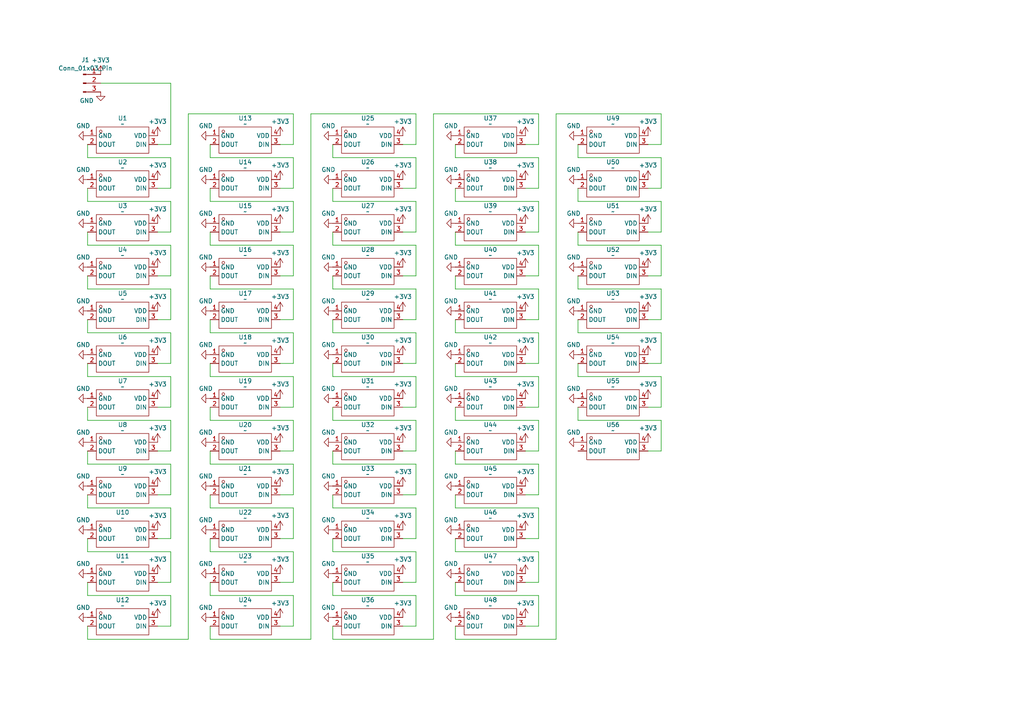
<source format=kicad_sch>
(kicad_sch (version 20250114) (generator "eeschema") (generator_version "9.0")
  (paper "A4")
  (wire (pts (xy 167.64 109.22) (xy 191.77 109.22)))
  (wire (pts (xy 60.96 96.52) (xy 85.09 96.52)))
  (wire (pts (xy 167.64 80.01) (xy 167.64 83.82)))
  (wire (pts (xy 132.08 58.42) (xy 156.21 58.42)))
  (wire (pts (xy 49.53 168.91) (xy 45.72 168.91)))
  (wire (pts (xy 191.77 118.11) (xy 187.96 118.11)))
  (wire (pts (xy 161.29 33.02) (xy 161.29 185.42)))
  (wire (pts (xy 96.52 109.22) (xy 120.65 109.22)))
  (wire (pts (xy 120.65 67.31) (xy 116.84 67.31)))
  (wire (pts (xy 167.64 45.72) (xy 191.77 45.72)))
  (wire (pts (xy 60.96 67.31) (xy 60.96 71.12)))
  (wire (pts (xy 49.53 172.72) (xy 49.53 181.61)))
  (wire (pts (xy 25.4 83.82) (xy 49.53 83.82)))
  (wire (pts (xy 191.77 109.22) (xy 191.77 118.11)))
  (wire (pts (xy 96.52 181.61) (xy 96.52 185.42)))
  (wire (pts (xy 25.4 147.32) (xy 49.53 147.32)))
  (wire (pts (xy 85.09 130.81) (xy 81.28 130.81)))
  (wire (pts (xy 85.09 96.52) (xy 85.09 105.41)))
  (wire (pts (xy 49.53 58.42) (xy 49.53 67.31)))
  (wire (pts (xy 60.96 54.61) (xy 60.96 58.42)))
  (wire (pts (xy 85.09 41.91) (xy 85.09 33.02)))
  (wire (pts (xy 156.21 109.22) (xy 156.21 118.11)))
  (wire (pts (xy 60.96 41.91) (xy 60.96 45.72)))
  (wire (pts (xy 85.09 168.91) (xy 81.28 168.91)))
  (wire (pts (xy 25.4 54.61) (xy 25.4 58.42)))
  (wire (pts (xy 96.52 71.12) (xy 120.65 71.12)))
  (wire (pts (xy 191.77 58.42) (xy 191.77 67.31)))
  (wire (pts (xy 85.09 33.02) (xy 54.61 33.02)))
  (wire (pts (xy 96.52 134.62) (xy 120.65 134.62)))
  (wire (pts (xy 167.64 105.41) (xy 167.64 109.22)))
  (wire (pts (xy 132.08 121.92) (xy 156.21 121.92)))
  (wire (pts (xy 167.64 41.91) (xy 167.64 45.72)))
  (wire (pts (xy 132.08 168.91) (xy 132.08 172.72)))
  (wire (pts (xy 60.96 143.51) (xy 60.96 147.32)))
  (wire (pts (xy 49.53 181.61) (xy 45.72 181.61)))
  (wire (pts (xy 120.65 130.81) (xy 116.84 130.81)))
  (wire (pts (xy 49.53 41.91) (xy 49.53 24.13)))
  (wire (pts (xy 49.53 134.62) (xy 49.53 143.51)))
  (wire (pts (xy 25.4 80.01) (xy 25.4 83.82)))
  (wire (pts (xy 96.52 105.41) (xy 96.52 109.22)))
  (wire (pts (xy 85.09 105.41) (xy 81.28 105.41)))
  (wire (pts (xy 49.53 160.02) (xy 49.53 168.91)))
  (wire (pts (xy 85.09 54.61) (xy 81.28 54.61)))
  (wire (pts (xy 25.4 71.12) (xy 49.53 71.12)))
  (wire (pts (xy 25.4 58.42) (xy 49.53 58.42)))
  (wire (pts (xy 25.4 121.92) (xy 49.53 121.92)))
  (wire (pts (xy 120.65 54.61) (xy 116.84 54.61)))
  (wire (pts (xy 49.53 143.51) (xy 45.72 143.51)))
  (wire (pts (xy 156.21 181.61) (xy 152.4 181.61)))
  (wire (pts (xy 120.65 147.32) (xy 120.65 156.21)))
  (wire (pts (xy 191.77 33.02) (xy 161.29 33.02)))
  (wire (pts (xy 116.84 41.91) (xy 120.65 41.91)))
  (wire (pts (xy 45.72 41.91) (xy 49.53 41.91)))
  (wire (pts (xy 156.21 118.11) (xy 152.4 118.11)))
  (wire (pts (xy 156.21 54.61) (xy 152.4 54.61)))
  (wire (pts (xy 85.09 143.51) (xy 81.28 143.51)))
  (wire (pts (xy 156.21 143.51) (xy 152.4 143.51)))
  (wire (pts (xy 191.77 121.92) (xy 191.77 130.81)))
  (wire (pts (xy 132.08 134.62) (xy 156.21 134.62)))
  (wire (pts (xy 120.65 105.41) (xy 116.84 105.41)))
  (wire (pts (xy 120.65 83.82) (xy 120.65 92.71)))
  (wire (pts (xy 96.52 121.92) (xy 120.65 121.92)))
  (wire (pts (xy 85.09 83.82) (xy 85.09 92.71)))
  (wire (pts (xy 85.09 156.21) (xy 81.28 156.21)))
  (wire (pts (xy 156.21 92.71) (xy 152.4 92.71)))
  (wire (pts (xy 132.08 118.11) (xy 132.08 121.92)))
  (wire (pts (xy 96.52 58.42) (xy 120.65 58.42)))
  (wire (pts (xy 25.4 168.91) (xy 25.4 172.72)))
  (wire (pts (xy 120.65 172.72) (xy 120.65 181.61)))
  (wire (pts (xy 96.52 92.71) (xy 96.52 96.52)))
  (wire (pts (xy 132.08 80.01) (xy 132.08 83.82)))
  (wire (pts (xy 120.65 96.52) (xy 120.65 105.41)))
  (wire (pts (xy 132.08 71.12) (xy 156.21 71.12)))
  (wire (pts (xy 120.65 92.71) (xy 116.84 92.71)))
  (wire (pts (xy 60.96 134.62) (xy 85.09 134.62)))
  (wire (pts (xy 191.77 105.41) (xy 187.96 105.41)))
  (wire (pts (xy 60.96 156.21) (xy 60.96 160.02)))
  (wire (pts (xy 96.52 172.72) (xy 120.65 172.72)))
  (wire (pts (xy 25.4 143.51) (xy 25.4 147.32)))
  (wire (pts (xy 96.52 67.31) (xy 96.52 71.12)))
  (wire (pts (xy 25.4 172.72) (xy 49.53 172.72)))
  (wire (pts (xy 85.09 92.71) (xy 81.28 92.71)))
  (wire (pts (xy 60.96 121.92) (xy 85.09 121.92)))
  (wire (pts (xy 60.96 105.41) (xy 60.96 109.22)))
  (wire (pts (xy 132.08 41.91) (xy 132.08 45.72)))
  (wire (pts (xy 156.21 172.72) (xy 156.21 181.61)))
  (wire (pts (xy 60.96 45.72) (xy 85.09 45.72)))
  (wire (pts (xy 96.52 54.61) (xy 96.52 58.42)))
  (wire (pts (xy 25.4 185.42) (xy 54.61 185.42)))
  (wire (pts (xy 49.53 147.32) (xy 49.53 156.21)))
  (wire (pts (xy 132.08 105.41) (xy 132.08 109.22)))
  (wire (pts (xy 49.53 130.81) (xy 45.72 130.81)))
  (wire (pts (xy 132.08 156.21) (xy 132.08 160.02)))
  (wire (pts (xy 156.21 130.81) (xy 152.4 130.81)))
  (wire (pts (xy 125.73 33.02) (xy 125.73 185.42)))
  (wire (pts (xy 156.21 160.02) (xy 156.21 168.91)))
  (wire (pts (xy 60.96 185.42) (xy 90.17 185.42)))
  (wire (pts (xy 156.21 83.82) (xy 156.21 92.71)))
  (wire (pts (xy 156.21 147.32) (xy 156.21 156.21)))
  (wire (pts (xy 191.77 45.72) (xy 191.77 54.61)))
  (wire (pts (xy 49.53 105.41) (xy 45.72 105.41)))
  (wire (pts (xy 191.77 67.31) (xy 187.96 67.31)))
  (wire (pts (xy 25.4 45.72) (xy 49.53 45.72)))
  (wire (pts (xy 152.4 41.91) (xy 156.21 41.91)))
  (wire (pts (xy 120.65 33.02) (xy 90.17 33.02)))
  (wire (pts (xy 96.52 168.91) (xy 96.52 172.72)))
  (wire (pts (xy 85.09 160.02) (xy 85.09 168.91)))
  (wire (pts (xy 85.09 118.11) (xy 81.28 118.11)))
  (wire (pts (xy 132.08 45.72) (xy 156.21 45.72)))
  (wire (pts (xy 120.65 160.02) (xy 120.65 168.91)))
  (wire (pts (xy 191.77 96.52) (xy 191.77 105.41)))
  (wire (pts (xy 96.52 160.02) (xy 120.65 160.02)))
  (wire (pts (xy 96.52 130.81) (xy 96.52 134.62)))
  (wire (pts (xy 156.21 45.72) (xy 156.21 54.61)))
  (wire (pts (xy 49.53 92.71) (xy 45.72 92.71)))
  (wire (pts (xy 191.77 92.71) (xy 187.96 92.71)))
  (wire (pts (xy 25.4 105.41) (xy 25.4 109.22)))
  (wire (pts (xy 60.96 160.02) (xy 85.09 160.02)))
  (wire (pts (xy 60.96 71.12) (xy 85.09 71.12)))
  (wire (pts (xy 156.21 105.41) (xy 152.4 105.41)))
  (wire (pts (xy 25.4 156.21) (xy 25.4 160.02)))
  (wire (pts (xy 191.77 130.81) (xy 187.96 130.81)))
  (wire (pts (xy 49.53 121.92) (xy 49.53 130.81)))
  (wire (pts (xy 132.08 67.31) (xy 132.08 71.12)))
  (wire (pts (xy 167.64 67.31) (xy 167.64 71.12)))
  (wire (pts (xy 96.52 147.32) (xy 120.65 147.32)))
  (wire (pts (xy 156.21 134.62) (xy 156.21 143.51)))
  (wire (pts (xy 156.21 33.02) (xy 125.73 33.02)))
  (wire (pts (xy 120.65 109.22) (xy 120.65 118.11)))
  (wire (pts (xy 167.64 71.12) (xy 191.77 71.12)))
  (wire (pts (xy 120.65 121.92) (xy 120.65 130.81)))
  (wire (pts (xy 96.52 80.01) (xy 96.52 83.82)))
  (wire (pts (xy 25.4 109.22) (xy 49.53 109.22)))
  (wire (pts (xy 25.4 160.02) (xy 49.53 160.02)))
  (wire (pts (xy 167.64 118.11) (xy 167.64 121.92)))
  (wire (pts (xy 25.4 134.62) (xy 49.53 134.62)))
  (wire (pts (xy 85.09 172.72) (xy 85.09 181.61)))
  (wire (pts (xy 156.21 156.21) (xy 152.4 156.21)))
  (wire (pts (xy 156.21 121.92) (xy 156.21 130.81)))
  (wire (pts (xy 132.08 96.52) (xy 156.21 96.52)))
  (wire (pts (xy 25.4 118.11) (xy 25.4 121.92)))
  (wire (pts (xy 60.96 147.32) (xy 85.09 147.32)))
  (wire (pts (xy 167.64 121.92) (xy 191.77 121.92)))
  (wire (pts (xy 132.08 83.82) (xy 156.21 83.82)))
  (wire (pts (xy 96.52 83.82) (xy 120.65 83.82)))
  (wire (pts (xy 85.09 80.01) (xy 81.28 80.01)))
  (wire (pts (xy 167.64 96.52) (xy 191.77 96.52)))
  (wire (pts (xy 156.21 67.31) (xy 152.4 67.31)))
  (wire (pts (xy 60.96 80.01) (xy 60.96 83.82)))
  (wire (pts (xy 167.64 92.71) (xy 167.64 96.52)))
  (wire (pts (xy 49.53 109.22) (xy 49.53 118.11)))
  (wire (pts (xy 60.96 168.91) (xy 60.96 172.72)))
  (wire (pts (xy 49.53 156.21) (xy 45.72 156.21)))
  (wire (pts (xy 25.4 41.91) (xy 25.4 45.72)))
  (wire (pts (xy 60.96 118.11) (xy 60.96 121.92)))
  (wire (pts (xy 156.21 58.42) (xy 156.21 67.31)))
  (wire (pts (xy 85.09 67.31) (xy 81.28 67.31)))
  (wire (pts (xy 191.77 83.82) (xy 191.77 92.71)))
  (wire (pts (xy 85.09 45.72) (xy 85.09 54.61)))
  (wire (pts (xy 167.64 54.61) (xy 167.64 58.42)))
  (wire (pts (xy 156.21 41.91) (xy 156.21 33.02)))
  (wire (pts (xy 132.08 160.02) (xy 156.21 160.02)))
  (wire (pts (xy 29.21 24.13) (xy 49.53 24.13)))
  (wire (pts (xy 85.09 58.42) (xy 85.09 67.31)))
  (wire (pts (xy 96.52 118.11) (xy 96.52 121.92)))
  (wire (pts (xy 90.17 33.02) (xy 90.17 185.42)))
  (wire (pts (xy 96.52 41.91) (xy 96.52 45.72)))
  (wire (pts (xy 156.21 96.52) (xy 156.21 105.41)))
  (wire (pts (xy 60.96 92.71) (xy 60.96 96.52)))
  (wire (pts (xy 60.96 109.22) (xy 85.09 109.22)))
  (wire (pts (xy 132.08 147.32) (xy 156.21 147.32)))
  (wire (pts (xy 81.28 41.91) (xy 85.09 41.91)))
  (wire (pts (xy 25.4 92.71) (xy 25.4 96.52)))
  (wire (pts (xy 54.61 33.02) (xy 54.61 185.42)))
  (wire (pts (xy 120.65 45.72) (xy 120.65 54.61)))
  (wire (pts (xy 120.65 134.62) (xy 120.65 143.51)))
  (wire (pts (xy 96.52 185.42) (xy 125.73 185.42)))
  (wire (pts (xy 120.65 143.51) (xy 116.84 143.51)))
  (wire (pts (xy 132.08 172.72) (xy 156.21 172.72)))
  (wire (pts (xy 49.53 80.01) (xy 45.72 80.01)))
  (wire (pts (xy 49.53 71.12) (xy 49.53 80.01)))
  (wire (pts (xy 132.08 54.61) (xy 132.08 58.42)))
  (wire (pts (xy 49.53 54.61) (xy 45.72 54.61)))
  (wire (pts (xy 132.08 185.42) (xy 161.29 185.42)))
  (wire (pts (xy 25.4 130.81) (xy 25.4 134.62)))
  (wire (pts (xy 85.09 121.92) (xy 85.09 130.81)))
  (wire (pts (xy 167.64 58.42) (xy 191.77 58.42)))
  (wire (pts (xy 120.65 168.91) (xy 116.84 168.91)))
  (wire (pts (xy 49.53 118.11) (xy 45.72 118.11)))
  (wire (pts (xy 120.65 156.21) (xy 116.84 156.21)))
  (wire (pts (xy 49.53 67.31) (xy 45.72 67.31)))
  (wire (pts (xy 96.52 156.21) (xy 96.52 160.02)))
  (wire (pts (xy 49.53 83.82) (xy 49.53 92.71)))
  (wire (pts (xy 191.77 54.61) (xy 187.96 54.61)))
  (wire (pts (xy 49.53 96.52) (xy 49.53 105.41)))
  (wire (pts (xy 85.09 181.61) (xy 81.28 181.61)))
  (wire (pts (xy 96.52 96.52) (xy 120.65 96.52)))
  (wire (pts (xy 25.4 96.52) (xy 49.53 96.52)))
  (wire (pts (xy 85.09 147.32) (xy 85.09 156.21)))
  (wire (pts (xy 191.77 41.91) (xy 191.77 33.02)))
  (wire (pts (xy 85.09 134.62) (xy 85.09 143.51)))
  (wire (pts (xy 156.21 80.01) (xy 152.4 80.01)))
  (wire (pts (xy 132.08 92.71) (xy 132.08 96.52)))
  (wire (pts (xy 132.08 109.22) (xy 156.21 109.22)))
  (wire (pts (xy 96.52 143.51) (xy 96.52 147.32)))
  (wire (pts (xy 191.77 80.01) (xy 187.96 80.01)))
  (wire (pts (xy 49.53 45.72) (xy 49.53 54.61)))
  (wire (pts (xy 156.21 168.91) (xy 152.4 168.91)))
  (wire (pts (xy 167.64 83.82) (xy 191.77 83.82)))
  (wire (pts (xy 120.65 118.11) (xy 116.84 118.11)))
  (wire (pts (xy 60.96 181.61) (xy 60.96 185.42)))
  (wire (pts (xy 60.96 172.72) (xy 85.09 172.72)))
  (wire (pts (xy 96.52 45.72) (xy 120.65 45.72)))
  (wire (pts (xy 132.08 143.51) (xy 132.08 147.32)))
  (wire (pts (xy 60.96 83.82) (xy 85.09 83.82)))
  (wire (pts (xy 120.65 41.91) (xy 120.65 33.02)))
  (wire (pts (xy 60.96 58.42) (xy 85.09 58.42)))
  (wire (pts (xy 25.4 181.61) (xy 25.4 185.42)))
  (wire (pts (xy 85.09 71.12) (xy 85.09 80.01)))
  (wire (pts (xy 85.09 109.22) (xy 85.09 118.11)))
  (wire (pts (xy 187.96 41.91) (xy 191.77 41.91)))
  (wire (pts (xy 191.77 71.12) (xy 191.77 80.01)))
  (wire (pts (xy 120.65 58.42) (xy 120.65 67.31)))
  (wire (pts (xy 60.96 130.81) (xy 60.96 134.62)))
  (wire (pts (xy 120.65 71.12) (xy 120.65 80.01)))
  (wire (pts (xy 120.65 80.01) (xy 116.84 80.01)))
  (wire (pts (xy 25.4 67.31) (xy 25.4 71.12)))
  (wire (pts (xy 132.08 181.61) (xy 132.08 185.42)))
  (wire (pts (xy 156.21 71.12) (xy 156.21 80.01)))
  (wire (pts (xy 132.08 130.81) (xy 132.08 134.62)))
  (wire (pts (xy 120.65 181.61) (xy 116.84 181.61)))
  (symbol (lib_id "power:GND") (at 96.52 39.37 270) (unit 1)
    (property "Reference" "#PWR049" (effects (hide yes)))
    (property "Value" "GND" (at 95.25 36.5069 90))
    (property "Description" "Power symbol creates a global label with name \"GND\" , ground" (effects (hide yes)))
  )
  (symbol (lib_id "power:GND") (at 25.4 39.37 270) (unit 1)
    (property "Reference" "#PWR01" (effects (hide yes)))
    (property "Value" "GND" (at 24.13 36.5069 90))
    (property "Description" "Power symbol creates a global label with name \"GND\" , ground" (effects (hide yes)))
  )
  (symbol (lib_id "LED:SK6812D-EC3210R") (at 71.12 78.74 0) (unit 1)
    (property "Reference" "U16" (at 71.12 72.3985 0))
    (property "Value" "~" (at 71.12 74.0799 0))
    (property "Footprint" "ProLib_pcs_2025-03-31:LED-SMD_4P_SK6812D-EC3210R" (effects (hide yes)))
    (property "Datasheet" "https://atta.szlcsc.com/upload/public/pdf/source/20210825/B6C6473DD4EB626997615BE40306D761.pdf" (effects (hide yes)))
    (property "Manufacturer Part" "SK6812D-EC3210R" (effects (hide yes)))
    (property "Manufacturer" "欧思科光电" (effects (hide yes)))
    (property "Supplier Part" "C2890041" (effects (hide yes)))
    (property "Supplier" "LCSC" (effects (hide yes)))
    (property "LCSC Part Name" "RGB三色" (effects (hide yes)))
  )
  (symbol (lib_id "power:+3V3") (at 116.84 90.17 0) (unit 1)
    (property "Reference" "#PWR065" (effects (hide yes)))
    (property "Value" "+3V3" (at 116.84 86.0369 0))
    (property "Description" "Power symbol creates a global label with name \"+3V3\"" (effects (hide yes)))
  )
  (symbol (lib_id "power:+3V3") (at 81.28 52.07 0) (unit 1)
    (property "Reference" "#PWR038" (effects (hide yes)))
    (property "Value" "+3V3" (at 81.28 47.9369 0))
    (property "Description" "Power symbol creates a global label with name \"+3V3\"" (effects (hide yes)))
  )
  (symbol (lib_id "LED:SK6812D-EC3210R") (at 71.12 142.24 0) (unit 1)
    (property "Reference" "U21" (at 71.12 135.8985 0))
    (property "Value" "~" (at 71.12 137.5799 0))
    (property "Footprint" "ProLib_pcs_2025-03-31:LED-SMD_4P_SK6812D-EC3210R" (effects (hide yes)))
    (property "Datasheet" "https://atta.szlcsc.com/upload/public/pdf/source/20210825/B6C6473DD4EB626997615BE40306D761.pdf" (effects (hide yes)))
    (property "Manufacturer Part" "SK6812D-EC3210R" (effects (hide yes)))
    (property "Manufacturer" "欧思科光电" (effects (hide yes)))
    (property "Supplier Part" "C2890041" (effects (hide yes)))
    (property "Supplier" "LCSC" (effects (hide yes)))
    (property "LCSC Part Name" "RGB三色" (effects (hide yes)))
  )
  (symbol (lib_id "power:+3V3") (at 45.72 115.57 0) (unit 1)
    (property "Reference" "#PWR015" (effects (hide yes)))
    (property "Value" "+3V3" (at 45.72 111.4369 0))
    (property "Description" "Power symbol creates a global label with name \"+3V3\"" (effects (hide yes)))
  )
  (symbol (lib_id "power:+3V3") (at 81.28 115.57 0) (unit 1)
    (property "Reference" "#PWR043" (effects (hide yes)))
    (property "Value" "+3V3" (at 81.28 111.4369 0))
    (property "Description" "Power symbol creates a global label with name \"+3V3\"" (effects (hide yes)))
  )
  (symbol (lib_id "power:GND") (at 60.96 102.87 270) (unit 1)
    (property "Reference" "#PWR030" (effects (hide yes)))
    (property "Value" "GND" (at 59.69 100.0069 90))
    (property "Description" "Power symbol creates a global label with name \"GND\" , ground" (effects (hide yes)))
  )
  (symbol (lib_id "power:+3V3") (at 152.4 64.77 0) (unit 1)
    (property "Reference" "#PWR087" (effects (hide yes)))
    (property "Value" "+3V3" (at 152.4 60.6369 0))
    (property "Description" "Power symbol creates a global label with name \"+3V3\"" (effects (hide yes)))
  )
  (symbol (lib_id "LED:SK6812D-EC3210R") (at 106.68 40.64 0) (unit 1)
    (property "Reference" "U25" (at 106.68 34.2985 0))
    (property "Value" "~" (at 106.68 35.9799 0))
    (property "Footprint" "ProLib_pcs_2025-03-31:LED-SMD_4P_SK6812D-EC3210R" (effects (hide yes)))
    (property "Datasheet" "https://atta.szlcsc.com/upload/public/pdf/source/20210825/B6C6473DD4EB626997615BE40306D761.pdf" (effects (hide yes)))
    (property "Manufacturer Part" "SK6812D-EC3210R" (effects (hide yes)))
    (property "Manufacturer" "欧思科光电" (effects (hide yes)))
    (property "Supplier Part" "C2890041" (effects (hide yes)))
    (property "Supplier" "LCSC" (effects (hide yes)))
    (property "LCSC Part Name" "RGB三色" (effects (hide yes)))
  )
  (symbol (lib_id "LED:SK6812D-EC3210R") (at 35.56 91.44 0) (unit 1)
    (property "Reference" "U5" (at 35.56 85.0985 0))
    (property "Value" "~" (at 35.56 86.7799 0))
    (property "Footprint" "ProLib_pcs_2025-03-31:LED-SMD_4P_SK6812D-EC3210R" (effects (hide yes)))
    (property "Datasheet" "https://atta.szlcsc.com/upload/public/pdf/source/20210825/B6C6473DD4EB626997615BE40306D761.pdf" (effects (hide yes)))
    (property "Manufacturer Part" "SK6812D-EC3210R" (effects (hide yes)))
    (property "Manufacturer" "欧思科光电" (effects (hide yes)))
    (property "Supplier Part" "C2890041" (effects (hide yes)))
    (property "Supplier" "LCSC" (effects (hide yes)))
    (property "LCSC Part Name" "RGB三色" (effects (hide yes)))
  )
  (symbol (lib_id "power:+3V3") (at 116.84 102.87 0) (unit 1)
    (property "Reference" "#PWR066" (effects (hide yes)))
    (property "Value" "+3V3" (at 116.84 98.7369 0))
    (property "Description" "Power symbol creates a global label with name \"+3V3\"" (effects (hide yes)))
  )
  (symbol (lib_id "power:GND") (at 167.64 90.17 270) (unit 1)
    (property "Reference" "#PWR0101" (effects (hide yes)))
    (property "Value" "GND" (at 166.37 87.3069 90))
    (property "Description" "Power symbol creates a global label with name \"GND\" , ground" (effects (hide yes)))
  )
  (symbol (lib_id "LED:SK6812D-EC3210R") (at 35.56 142.24 0) (unit 1)
    (property "Reference" "U9" (at 35.56 135.8985 0))
    (property "Value" "~" (at 35.56 137.5799 0))
    (property "Footprint" "ProLib_pcs_2025-03-31:LED-SMD_4P_SK6812D-EC3210R" (effects (hide yes)))
    (property "Datasheet" "https://atta.szlcsc.com/upload/public/pdf/source/20210825/B6C6473DD4EB626997615BE40306D761.pdf" (effects (hide yes)))
    (property "Manufacturer Part" "SK6812D-EC3210R" (effects (hide yes)))
    (property "Manufacturer" "欧思科光电" (effects (hide yes)))
    (property "Supplier Part" "C2890041" (effects (hide yes)))
    (property "Supplier" "LCSC" (effects (hide yes)))
    (property "LCSC Part Name" "RGB三色" (effects (hide yes)))
  )
  (symbol (lib_id "LED:SK6812D-EC3210R") (at 106.68 142.24 0) (unit 1)
    (property "Reference" "U33" (at 106.68 135.8985 0))
    (property "Value" "~" (at 106.68 137.5799 0))
    (property "Footprint" "ProLib_pcs_2025-03-31:LED-SMD_4P_SK6812D-EC3210R" (effects (hide yes)))
    (property "Datasheet" "https://atta.szlcsc.com/upload/public/pdf/source/20210825/B6C6473DD4EB626997615BE40306D761.pdf" (effects (hide yes)))
    (property "Manufacturer Part" "SK6812D-EC3210R" (effects (hide yes)))
    (property "Manufacturer" "欧思科光电" (effects (hide yes)))
    (property "Supplier Part" "C2890041" (effects (hide yes)))
    (property "Supplier" "LCSC" (effects (hide yes)))
    (property "LCSC Part Name" "RGB三色" (effects (hide yes)))
  )
  (symbol (lib_id "power:+3V3") (at 116.84 52.07 0) (unit 1)
    (property "Reference" "#PWR062" (effects (hide yes)))
    (property "Value" "+3V3" (at 116.84 47.9369 0))
    (property "Description" "Power symbol creates a global label with name \"+3V3\"" (effects (hide yes)))
  )
  (symbol (lib_id "power:GND") (at 96.52 166.37 270) (unit 1)
    (property "Reference" "#PWR059" (effects (hide yes)))
    (property "Value" "GND" (at 95.25 163.5069 90))
    (property "Description" "Power symbol creates a global label with name \"GND\" , ground" (effects (hide yes)))
  )
  (symbol (lib_id "power:GND") (at 96.52 64.77 270) (unit 1)
    (property "Reference" "#PWR051" (effects (hide yes)))
    (property "Value" "GND" (at 95.25 61.9069 90))
    (property "Description" "Power symbol creates a global label with name \"GND\" , ground" (effects (hide yes)))
  )
  (symbol (lib_id "power:GND") (at 96.52 153.67 270) (unit 1)
    (property "Reference" "#PWR058" (effects (hide yes)))
    (property "Value" "GND" (at 95.25 150.8069 90))
    (property "Description" "Power symbol creates a global label with name \"GND\" , ground" (effects (hide yes)))
  )
  (symbol (lib_id "power:GND") (at 96.52 52.07 270) (unit 1)
    (property "Reference" "#PWR050" (effects (hide yes)))
    (property "Value" "GND" (at 95.25 49.2069 90))
    (property "Description" "Power symbol creates a global label with name \"GND\" , ground" (effects (hide yes)))
  )
  (symbol (lib_id "power:GND") (at 132.08 52.07 270) (unit 1)
    (property "Reference" "#PWR074" (effects (hide yes)))
    (property "Value" "GND" (at 130.81 49.2069 90))
    (property "Description" "Power symbol creates a global label with name \"GND\" , ground" (effects (hide yes)))
  )
  (symbol (lib_id "power:GND") (at 132.08 39.37 270) (unit 1)
    (property "Reference" "#PWR073" (effects (hide yes)))
    (property "Value" "GND" (at 130.81 36.5069 90))
    (property "Description" "Power symbol creates a global label with name \"GND\" , ground" (effects (hide yes)))
  )
  (symbol (lib_id "LED:SK6812D-EC3210R") (at 35.56 53.34 0) (unit 1)
    (property "Reference" "U2" (at 35.56 46.9985 0))
    (property "Value" "~" (at 35.56 48.6799 0))
    (property "Footprint" "ProLib_pcs_2025-03-31:LED-SMD_4P_SK6812D-EC3210R" (effects (hide yes)))
    (property "Datasheet" "https://atta.szlcsc.com/upload/public/pdf/source/20210825/B6C6473DD4EB626997615BE40306D761.pdf" (effects (hide yes)))
    (property "Manufacturer Part" "SK6812D-EC3210R" (effects (hide yes)))
    (property "Manufacturer" "欧思科光电" (effects (hide yes)))
    (property "Supplier Part" "C2890041" (effects (hide yes)))
    (property "Supplier" "LCSC" (effects (hide yes)))
    (property "LCSC Part Name" "RGB三色" (effects (hide yes)))
  )
  (symbol (lib_id "LED:SK6812D-EC3210R") (at 177.8 104.14 0) (unit 1)
    (property "Reference" "U54" (at 177.8 97.7985 0))
    (property "Value" "~" (at 177.8 99.4799 0))
    (property "Footprint" "ProLib_pcs_2025-03-31:LED-SMD_4P_SK6812D-EC3210R" (effects (hide yes)))
    (property "Datasheet" "https://atta.szlcsc.com/upload/public/pdf/source/20210825/B6C6473DD4EB626997615BE40306D761.pdf" (effects (hide yes)))
    (property "Manufacturer Part" "SK6812D-EC3210R" (effects (hide yes)))
    (property "Manufacturer" "欧思科光电" (effects (hide yes)))
    (property "Supplier Part" "C2890041" (effects (hide yes)))
    (property "Supplier" "LCSC" (effects (hide yes)))
    (property "LCSC Part Name" "RGB三色" (effects (hide yes)))
  )
  (symbol (lib_id "power:GND") (at 25.4 179.07 270) (unit 1)
    (property "Reference" "#PWR020" (effects (hide yes)))
    (property "Value" "GND" (at 24.13 176.2069 90))
    (property "Description" "Power symbol creates a global label with name \"GND\" , ground" (effects (hide yes)))
  )
  (symbol (lib_id "power:GND") (at 96.52 128.27 270) (unit 1)
    (property "Reference" "#PWR056" (effects (hide yes)))
    (property "Value" "GND" (at 95.25 125.4069 90))
    (property "Description" "Power symbol creates a global label with name \"GND\" , ground" (effects (hide yes)))
  )
  (symbol (lib_id "power:GND") (at 132.08 128.27 270) (unit 1)
    (property "Reference" "#PWR080" (effects (hide yes)))
    (property "Value" "GND" (at 130.81 125.4069 90))
    (property "Description" "Power symbol creates a global label with name \"GND\" , ground" (effects (hide yes)))
  )
  (symbol (lib_id "LED:SK6812D-EC3210R") (at 177.8 53.34 0) (unit 1)
    (property "Reference" "U50" (at 177.8 46.9985 0))
    (property "Value" "~" (at 177.8 48.6799 0))
    (property "Footprint" "ProLib_pcs_2025-03-31:LED-SMD_4P_SK6812D-EC3210R" (effects (hide yes)))
    (property "Datasheet" "https://atta.szlcsc.com/upload/public/pdf/source/20210825/B6C6473DD4EB626997615BE40306D761.pdf" (effects (hide yes)))
    (property "Manufacturer Part" "SK6812D-EC3210R" (effects (hide yes)))
    (property "Manufacturer" "欧思科光电" (effects (hide yes)))
    (property "Supplier Part" "C2890041" (effects (hide yes)))
    (property "Supplier" "LCSC" (effects (hide yes)))
    (property "LCSC Part Name" "RGB三色" (effects (hide yes)))
  )
  (symbol (lib_id "LED:SK6812D-EC3210R") (at 35.56 66.04 0) (unit 1)
    (property "Reference" "U3" (at 35.56 59.6985 0))
    (property "Value" "~" (at 35.56 61.3799 0))
    (property "Footprint" "ProLib_pcs_2025-03-31:LED-SMD_4P_SK6812D-EC3210R" (effects (hide yes)))
    (property "Datasheet" "https://atta.szlcsc.com/upload/public/pdf/source/20210825/B6C6473DD4EB626997615BE40306D761.pdf" (effects (hide yes)))
    (property "Manufacturer Part" "SK6812D-EC3210R" (effects (hide yes)))
    (property "Manufacturer" "欧思科光电" (effects (hide yes)))
    (property "Supplier Part" "C2890041" (effects (hide yes)))
    (property "Supplier" "LCSC" (effects (hide yes)))
    (property "LCSC Part Name" "RGB三色" (effects (hide yes)))
  )
  (symbol (lib_id "power:GND") (at 167.64 102.87 270) (unit 1)
    (property "Reference" "#PWR0102" (effects (hide yes)))
    (property "Value" "GND" (at 166.37 100.0069 90))
    (property "Description" "Power symbol creates a global label with name \"GND\" , ground" (effects (hide yes)))
  )
  (symbol (lib_id "LED:SK6812D-EC3210R") (at 71.12 167.64 0) (unit 1)
    (property "Reference" "U23" (at 71.12 161.2985 0))
    (property "Value" "~" (at 71.12 162.9799 0))
    (property "Footprint" "ProLib_pcs_2025-03-31:LED-SMD_4P_SK6812D-EC3210R" (effects (hide yes)))
    (property "Datasheet" "https://atta.szlcsc.com/upload/public/pdf/source/20210825/B6C6473DD4EB626997615BE40306D761.pdf" (effects (hide yes)))
    (property "Manufacturer Part" "SK6812D-EC3210R" (effects (hide yes)))
    (property "Manufacturer" "欧思科光电" (effects (hide yes)))
    (property "Supplier Part" "C2890041" (effects (hide yes)))
    (property "Supplier" "LCSC" (effects (hide yes)))
    (property "LCSC Part Name" "RGB三色" (effects (hide yes)))
  )
  (symbol (lib_id "LED:SK6812D-EC3210R") (at 71.12 66.04 0) (unit 1)
    (property "Reference" "U15" (at 71.12 59.6985 0))
    (property "Value" "~" (at 71.12 61.3799 0))
    (property "Footprint" "ProLib_pcs_2025-03-31:LED-SMD_4P_SK6812D-EC3210R" (effects (hide yes)))
    (property "Datasheet" "https://atta.szlcsc.com/upload/public/pdf/source/20210825/B6C6473DD4EB626997615BE40306D761.pdf" (effects (hide yes)))
    (property "Manufacturer Part" "SK6812D-EC3210R" (effects (hide yes)))
    (property "Manufacturer" "欧思科光电" (effects (hide yes)))
    (property "Supplier Part" "C2890041" (effects (hide yes)))
    (property "Supplier" "LCSC" (effects (hide yes)))
    (property "LCSC Part Name" "RGB三色" (effects (hide yes)))
  )
  (symbol (lib_id "power:GND") (at 96.52 102.87 270) (unit 1)
    (property "Reference" "#PWR054" (effects (hide yes)))
    (property "Value" "GND" (at 95.25 100.0069 90))
    (property "Description" "Power symbol creates a global label with name \"GND\" , ground" (effects (hide yes)))
  )
  (symbol (lib_id "power:GND") (at 132.08 77.47 270) (unit 1)
    (property "Reference" "#PWR076" (effects (hide yes)))
    (property "Value" "GND" (at 130.81 74.6069 90))
    (property "Description" "Power symbol creates a global label with name \"GND\" , ground" (effects (hide yes)))
  )
  (symbol (lib_id "power:GND") (at 167.64 77.47 270) (unit 1)
    (property "Reference" "#PWR0100" (effects (hide yes)))
    (property "Value" "GND" (at 166.37 74.6069 90))
    (property "Description" "Power symbol creates a global label with name \"GND\" , ground" (effects (hide yes)))
  )
  (symbol (lib_id "LED:SK6812D-EC3210R") (at 106.68 167.64 0) (unit 1)
    (property "Reference" "U35" (at 106.68 161.2985 0))
    (property "Value" "~" (at 106.68 162.9799 0))
    (property "Footprint" "ProLib_pcs_2025-03-31:LED-SMD_4P_SK6812D-EC3210R" (effects (hide yes)))
    (property "Datasheet" "https://atta.szlcsc.com/upload/public/pdf/source/20210825/B6C6473DD4EB626997615BE40306D761.pdf" (effects (hide yes)))
    (property "Manufacturer Part" "SK6812D-EC3210R" (effects (hide yes)))
    (property "Manufacturer" "欧思科光电" (effects (hide yes)))
    (property "Supplier Part" "C2890041" (effects (hide yes)))
    (property "Supplier" "LCSC" (effects (hide yes)))
    (property "LCSC Part Name" "RGB三色" (effects (hide yes)))
  )
  (symbol (lib_id "power:+3V3") (at 152.4 102.87 0) (unit 1)
    (property "Reference" "#PWR090" (effects (hide yes)))
    (property "Value" "+3V3" (at 152.4 98.7369 0))
    (property "Description" "Power symbol creates a global label with name \"+3V3\"" (effects (hide yes)))
  )
  (symbol (lib_id "power:GND") (at 167.64 64.77 270) (unit 1)
    (property "Reference" "#PWR099" (effects (hide yes)))
    (property "Value" "GND" (at 166.37 61.9069 90))
    (property "Description" "Power symbol creates a global label with name \"GND\" , ground" (effects (hide yes)))
  )
  (symbol (lib_id "LED:SK6812D-EC3210R") (at 106.68 53.34 0) (unit 1)
    (property "Reference" "U26" (at 106.68 46.9985 0))
    (property "Value" "~" (at 106.68 48.6799 0))
    (property "Footprint" "ProLib_pcs_2025-03-31:LED-SMD_4P_SK6812D-EC3210R" (effects (hide yes)))
    (property "Datasheet" "https://atta.szlcsc.com/upload/public/pdf/source/20210825/B6C6473DD4EB626997615BE40306D761.pdf" (effects (hide yes)))
    (property "Manufacturer Part" "SK6812D-EC3210R" (effects (hide yes)))
    (property "Manufacturer" "欧思科光电" (effects (hide yes)))
    (property "Supplier Part" "C2890041" (effects (hide yes)))
    (property "Supplier" "LCSC" (effects (hide yes)))
    (property "LCSC Part Name" "RGB三色" (effects (hide yes)))
  )
  (symbol (lib_id "LED:SK6812D-EC3210R") (at 35.56 129.54 0) (unit 1)
    (property "Reference" "U8" (at 35.56 123.1985 0))
    (property "Value" "~" (at 35.56 124.8799 0))
    (property "Footprint" "ProLib_pcs_2025-03-31:LED-SMD_4P_SK6812D-EC3210R" (effects (hide yes)))
    (property "Datasheet" "https://atta.szlcsc.com/upload/public/pdf/source/20210825/B6C6473DD4EB626997615BE40306D761.pdf" (effects (hide yes)))
    (property "Manufacturer Part" "SK6812D-EC3210R" (effects (hide yes)))
    (property "Manufacturer" "欧思科光电" (effects (hide yes)))
    (property "Supplier Part" "C2890041" (effects (hide yes)))
    (property "Supplier" "LCSC" (effects (hide yes)))
    (property "LCSC Part Name" "RGB三色" (effects (hide yes)))
  )
  (symbol (lib_id "LED:SK6812D-EC3210R") (at 35.56 78.74 0) (unit 1)
    (property "Reference" "U4" (at 35.56 72.3985 0))
    (property "Value" "~" (at 35.56 74.0799 0))
    (property "Footprint" "ProLib_pcs_2025-03-31:LED-SMD_4P_SK6812D-EC3210R" (effects (hide yes)))
    (property "Datasheet" "https://atta.szlcsc.com/upload/public/pdf/source/20210825/B6C6473DD4EB626997615BE40306D761.pdf" (effects (hide yes)))
    (property "Manufacturer Part" "SK6812D-EC3210R" (effects (hide yes)))
    (property "Manufacturer" "欧思科光电" (effects (hide yes)))
    (property "Supplier Part" "C2890041" (effects (hide yes)))
    (property "Supplier" "LCSC" (effects (hide yes)))
    (property "LCSC Part Name" "RGB三色" (effects (hide yes)))
  )
  (symbol (lib_id "LED:SK6812D-EC3210R") (at 177.8 129.54 0) (unit 1)
    (property "Reference" "U56" (at 177.8 123.1985 0))
    (property "Value" "~" (at 177.8 124.8799 0))
    (property "Footprint" "ProLib_pcs_2025-03-31:LED-SMD_4P_SK6812D-EC3210R" (effects (hide yes)))
    (property "Datasheet" "https://atta.szlcsc.com/upload/public/pdf/source/20210825/B6C6473DD4EB626997615BE40306D761.pdf" (effects (hide yes)))
    (property "Manufacturer Part" "SK6812D-EC3210R" (effects (hide yes)))
    (property "Manufacturer" "欧思科光电" (effects (hide yes)))
    (property "Supplier Part" "C2890041" (effects (hide yes)))
    (property "Supplier" "LCSC" (effects (hide yes)))
    (property "LCSC Part Name" "RGB三色" (effects (hide yes)))
  )
  (symbol (lib_id "power:GND") (at 60.96 166.37 270) (unit 1)
    (property "Reference" "#PWR035" (effects (hide yes)))
    (property "Value" "GND" (at 59.69 163.5069 90))
    (property "Description" "Power symbol creates a global label with name \"GND\" , ground" (effects (hide yes)))
  )
  (symbol (lib_id "power:+3V3") (at 45.72 140.97 0) (unit 1)
    (property "Reference" "#PWR021" (effects (hide yes)))
    (property "Value" "+3V3" (at 45.72 136.8369 0))
    (property "Description" "Power symbol creates a global label with name \"+3V3\"" (effects (hide yes)))
  )
  (symbol (lib_id "power:GND") (at 25.4 90.17 270) (unit 1)
    (property "Reference" "#PWR09" (effects (hide yes)))
    (property "Value" "GND" (at 24.13 87.3069 90))
    (property "Description" "Power symbol creates a global label with name \"GND\" , ground" (effects (hide yes)))
  )
  (symbol (lib_id "power:GND") (at 60.96 39.37 270) (unit 1)
    (property "Reference" "#PWR025" (effects (hide yes)))
    (property "Value" "GND" (at 59.69 36.5069 90))
    (property "Description" "Power symbol creates a global label with name \"GND\" , ground" (effects (hide yes)))
  )
  (symbol (lib_id "power:GND") (at 25.4 64.77 270) (unit 1)
    (property "Reference" "#PWR05" (effects (hide yes)))
    (property "Value" "GND" (at 24.13 61.9069 90))
    (property "Description" "Power symbol creates a global label with name \"GND\" , ground" (effects (hide yes)))
  )
  (symbol (lib_id "power:GND") (at 60.96 90.17 270) (unit 1)
    (property "Reference" "#PWR029" (effects (hide yes)))
    (property "Value" "GND" (at 59.69 87.3069 90))
    (property "Description" "Power symbol creates a global label with name \"GND\" , ground" (effects (hide yes)))
  )
  (symbol (lib_id "LED:SK6812D-EC3210R") (at 177.8 78.74 0) (unit 1)
    (property "Reference" "U52" (at 177.8 72.3985 0))
    (property "Value" "~" (at 177.8 74.0799 0))
    (property "Footprint" "ProLib_pcs_2025-03-31:LED-SMD_4P_SK6812D-EC3210R" (effects (hide yes)))
    (property "Datasheet" "https://atta.szlcsc.com/upload/public/pdf/source/20210825/B6C6473DD4EB626997615BE40306D761.pdf" (effects (hide yes)))
    (property "Manufacturer Part" "SK6812D-EC3210R" (effects (hide yes)))
    (property "Manufacturer" "欧思科光电" (effects (hide yes)))
    (property "Supplier Part" "C2890041" (effects (hide yes)))
    (property "Supplier" "LCSC" (effects (hide yes)))
    (property "LCSC Part Name" "RGB三色" (effects (hide yes)))
  )
  (symbol (lib_id "power:+3V3") (at 81.28 153.67 0) (unit 1)
    (property "Reference" "#PWR046" (effects (hide yes)))
    (property "Value" "+3V3" (at 81.28 149.5369 0))
    (property "Description" "Power symbol creates a global label with name \"+3V3\"" (effects (hide yes)))
  )
  (symbol (lib_id "LED:SK6812D-EC3210R") (at 106.68 154.94 0) (unit 1)
    (property "Reference" "U34" (at 106.68 148.5985 0))
    (property "Value" "~" (at 106.68 150.2799 0))
    (property "Footprint" "ProLib_pcs_2025-03-31:LED-SMD_4P_SK6812D-EC3210R" (effects (hide yes)))
    (property "Datasheet" "https://atta.szlcsc.com/upload/public/pdf/source/20210825/B6C6473DD4EB626997615BE40306D761.pdf" (effects (hide yes)))
    (property "Manufacturer Part" "SK6812D-EC3210R" (effects (hide yes)))
    (property "Manufacturer" "欧思科光电" (effects (hide yes)))
    (property "Supplier Part" "C2890041" (effects (hide yes)))
    (property "Supplier" "LCSC" (effects (hide yes)))
    (property "LCSC Part Name" "RGB三色" (effects (hide yes)))
  )
  (symbol (lib_id "LED:SK6812D-EC3210R") (at 142.24 53.34 0) (unit 1)
    (property "Reference" "U38" (at 142.24 46.9985 0))
    (property "Value" "~" (at 142.24 48.6799 0))
    (property "Footprint" "ProLib_pcs_2025-03-31:LED-SMD_4P_SK6812D-EC3210R" (effects (hide yes)))
    (property "Datasheet" "https://atta.szlcsc.com/upload/public/pdf/source/20210825/B6C6473DD4EB626997615BE40306D761.pdf" (effects (hide yes)))
    (property "Manufacturer Part" "SK6812D-EC3210R" (effects (hide yes)))
    (property "Manufacturer" "欧思科光电" (effects (hide yes)))
    (property "Supplier Part" "C2890041" (effects (hide yes)))
    (property "Supplier" "LCSC" (effects (hide yes)))
    (property "LCSC Part Name" "RGB三色" (effects (hide yes)))
  )
  (symbol (lib_id "power:GND") (at 132.08 115.57 270) (unit 1)
    (property "Reference" "#PWR079" (effects (hide yes)))
    (property "Value" "GND" (at 130.81 112.7069 90))
    (property "Description" "Power symbol creates a global label with name \"GND\" , ground" (effects (hide yes)))
  )
  (symbol (lib_id "power:GND") (at 29.21 26.67 0) (unit 1)
    (property "Reference" "#PWR0114" (effects (hide yes)))
    (property "Value" "GND" (at 25.146 29.21 0))
    (property "Description" "Power symbol creates a global label with name \"GND\" , ground" (effects (hide yes)))
  )
  (symbol (lib_id "power:GND") (at 132.08 64.77 270) (unit 1)
    (property "Reference" "#PWR075" (effects (hide yes)))
    (property "Value" "GND" (at 130.81 61.9069 90))
    (property "Description" "Power symbol creates a global label with name \"GND\" , ground" (effects (hide yes)))
  )
  (symbol (lib_id "LED:SK6812D-EC3210R") (at 35.56 40.64 0) (unit 1)
    (property "Reference" "U1" (at 35.56 34.2985 0))
    (property "Value" "~" (at 35.56 35.9799 0))
    (property "Footprint" "ProLib_pcs_2025-03-31:LED-SMD_4P_SK6812D-EC3210R" (effects (hide yes)))
    (property "Datasheet" "https://atta.szlcsc.com/upload/public/pdf/source/20210825/B6C6473DD4EB626997615BE40306D761.pdf" (effects (hide yes)))
    (property "Manufacturer Part" "SK6812D-EC3210R" (effects (hide yes)))
    (property "Manufacturer" "欧思科光电" (effects (hide yes)))
    (property "Supplier Part" "C2890041" (effects (hide yes)))
    (property "Supplier" "LCSC" (effects (hide yes)))
    (property "LCSC Part Name" "RGB三色" (effects (hide yes)))
  )
  (symbol (lib_id "power:GND") (at 25.4 52.07 270) (unit 1)
    (property "Reference" "#PWR02" (effects (hide yes)))
    (property "Value" "GND" (at 24.13 49.2069 90))
    (property "Description" "Power symbol creates a global label with name \"GND\" , ground" (effects (hide yes)))
  )
  (symbol (lib_id "LED:SK6812D-EC3210R") (at 71.12 129.54 0) (unit 1)
    (property "Reference" "U20" (at 71.12 123.1985 0))
    (property "Value" "~" (at 71.12 124.8799 0))
    (property "Footprint" "ProLib_pcs_2025-03-31:LED-SMD_4P_SK6812D-EC3210R" (effects (hide yes)))
    (property "Datasheet" "https://atta.szlcsc.com/upload/public/pdf/source/20210825/B6C6473DD4EB626997615BE40306D761.pdf" (effects (hide yes)))
    (property "Manufacturer Part" "SK6812D-EC3210R" (effects (hide yes)))
    (property "Manufacturer" "欧思科光电" (effects (hide yes)))
    (property "Supplier Part" "C2890041" (effects (hide yes)))
    (property "Supplier" "LCSC" (effects (hide yes)))
    (property "LCSC Part Name" "RGB三色" (effects (hide yes)))
  )
  (symbol (lib_id "LED:SK6812D-EC3210R") (at 71.12 91.44 0) (unit 1)
    (property "Reference" "U17" (at 71.12 85.0985 0))
    (property "Value" "~" (at 71.12 86.7799 0))
    (property "Footprint" "ProLib_pcs_2025-03-31:LED-SMD_4P_SK6812D-EC3210R" (effects (hide yes)))
    (property "Datasheet" "https://atta.szlcsc.com/upload/public/pdf/source/20210825/B6C6473DD4EB626997615BE40306D761.pdf" (effects (hide yes)))
    (property "Manufacturer Part" "SK6812D-EC3210R" (effects (hide yes)))
    (property "Manufacturer" "欧思科光电" (effects (hide yes)))
    (property "Supplier Part" "C2890041" (effects (hide yes)))
    (property "Supplier" "LCSC" (effects (hide yes)))
    (property "LCSC Part Name" "RGB三色" (effects (hide yes)))
  )
  (symbol (lib_id "LED:SK6812D-EC3210R") (at 71.12 53.34 0) (unit 1)
    (property "Reference" "U14" (at 71.12 46.9985 0))
    (property "Value" "~" (at 71.12 48.6799 0))
    (property "Footprint" "ProLib_pcs_2025-03-31:LED-SMD_4P_SK6812D-EC3210R" (effects (hide yes)))
    (property "Datasheet" "https://atta.szlcsc.com/upload/public/pdf/source/20210825/B6C6473DD4EB626997615BE40306D761.pdf" (effects (hide yes)))
    (property "Manufacturer Part" "SK6812D-EC3210R" (effects (hide yes)))
    (property "Manufacturer" "欧思科光电" (effects (hide yes)))
    (property "Supplier Part" "C2890041" (effects (hide yes)))
    (property "Supplier" "LCSC" (effects (hide yes)))
    (property "LCSC Part Name" "RGB三色" (effects (hide yes)))
  )
  (symbol (lib_id "LED:SK6812D-EC3210R") (at 177.8 66.04 0) (unit 1)
    (property "Reference" "U51" (at 177.8 59.6985 0))
    (property "Value" "~" (at 177.8 61.3799 0))
    (property "Footprint" "ProLib_pcs_2025-03-31:LED-SMD_4P_SK6812D-EC3210R" (effects (hide yes)))
    (property "Datasheet" "https://atta.szlcsc.com/upload/public/pdf/source/20210825/B6C6473DD4EB626997615BE40306D761.pdf" (effects (hide yes)))
    (property "Manufacturer Part" "SK6812D-EC3210R" (effects (hide yes)))
    (property "Manufacturer" "欧思科光电" (effects (hide yes)))
    (property "Supplier Part" "C2890041" (effects (hide yes)))
    (property "Supplier" "LCSC" (effects (hide yes)))
    (property "LCSC Part Name" "RGB三色" (effects (hide yes)))
  )
  (symbol (lib_id "power:+3V3") (at 152.4 140.97 0) (unit 1)
    (property "Reference" "#PWR093" (effects (hide yes)))
    (property "Value" "+3V3" (at 152.4 136.8369 0))
    (property "Description" "Power symbol creates a global label with name \"+3V3\"" (effects (hide yes)))
  )
  (symbol (lib_id "power:GND") (at 60.96 52.07 270) (unit 1)
    (property "Reference" "#PWR026" (effects (hide yes)))
    (property "Value" "GND" (at 59.69 49.2069 90))
    (property "Description" "Power symbol creates a global label with name \"GND\" , ground" (effects (hide yes)))
  )
  (symbol (lib_id "power:GND") (at 167.64 52.07 270) (unit 1)
    (property "Reference" "#PWR098" (effects (hide yes)))
    (property "Value" "GND" (at 166.37 49.2069 90))
    (property "Description" "Power symbol creates a global label with name \"GND\" , ground" (effects (hide yes)))
  )
  (symbol (lib_id "power:+3V3") (at 187.96 52.07 0) (unit 1)
    (property "Reference" "#PWR0110" (effects (hide yes)))
    (property "Value" "+3V3" (at 187.96 47.9369 0))
    (property "Description" "Power symbol creates a global label with name \"+3V3\"" (effects (hide yes)))
  )
  (symbol (lib_id "LED:SK6812D-EC3210R") (at 106.68 78.74 0) (unit 1)
    (property "Reference" "U28" (at 106.68 72.3985 0))
    (property "Value" "~" (at 106.68 74.0799 0))
    (property "Footprint" "ProLib_pcs_2025-03-31:LED-SMD_4P_SK6812D-EC3210R" (effects (hide yes)))
    (property "Datasheet" "https://atta.szlcsc.com/upload/public/pdf/source/20210825/B6C6473DD4EB626997615BE40306D761.pdf" (effects (hide yes)))
    (property "Manufacturer Part" "SK6812D-EC3210R" (effects (hide yes)))
    (property "Manufacturer" "欧思科光电" (effects (hide yes)))
    (property "Supplier Part" "C2890041" (effects (hide yes)))
    (property "Supplier" "LCSC" (effects (hide yes)))
    (property "LCSC Part Name" "RGB三色" (effects (hide yes)))
  )
  (symbol (lib_id "power:+3V3") (at 152.4 115.57 0) (unit 1)
    (property "Reference" "#PWR091" (effects (hide yes)))
    (property "Value" "+3V3" (at 152.4 111.4369 0))
    (property "Description" "Power symbol creates a global label with name \"+3V3\"" (effects (hide yes)))
  )
  (symbol (lib_id "power:GND") (at 25.4 153.67 270) (unit 1)
    (property "Reference" "#PWR018" (effects (hide yes)))
    (property "Value" "GND" (at 24.13 150.8069 90))
    (property "Description" "Power symbol creates a global label with name \"GND\" , ground" (effects (hide yes)))
  )
  (symbol (lib_id "power:+3V3") (at 152.4 90.17 0) (unit 1)
    (property "Reference" "#PWR089" (effects (hide yes)))
    (property "Value" "+3V3" (at 152.4 86.0369 0))
    (property "Description" "Power symbol creates a global label with name \"+3V3\"" (effects (hide yes)))
  )
  (symbol (lib_id "LED:SK6812D-EC3210R") (at 71.12 180.34 0) (unit 1)
    (property "Reference" "U24" (at 71.12 173.9985 0))
    (property "Value" "~" (at 71.12 175.6799 0))
    (property "Footprint" "ProLib_pcs_2025-03-31:LED-SMD_4P_SK6812D-EC3210R" (effects (hide yes)))
    (property "Datasheet" "https://atta.szlcsc.com/upload/public/pdf/source/20210825/B6C6473DD4EB626997615BE40306D761.pdf" (effects (hide yes)))
    (property "Manufacturer Part" "SK6812D-EC3210R" (effects (hide yes)))
    (property "Manufacturer" "欧思科光电" (effects (hide yes)))
    (property "Supplier Part" "C2890041" (effects (hide yes)))
    (property "Supplier" "LCSC" (effects (hide yes)))
    (property "LCSC Part Name" "RGB三色" (effects (hide yes)))
  )
  (symbol (lib_id "LED:SK6812D-EC3210R") (at 35.56 104.14 0) (unit 1)
    (property "Reference" "U6" (at 35.56 97.7985 0))
    (property "Value" "~" (at 35.56 99.4799 0))
    (property "Footprint" "ProLib_pcs_2025-03-31:LED-SMD_4P_SK6812D-EC3210R" (effects (hide yes)))
    (property "Datasheet" "https://atta.szlcsc.com/upload/public/pdf/source/20210825/B6C6473DD4EB626997615BE40306D761.pdf" (effects (hide yes)))
    (property "Manufacturer Part" "SK6812D-EC3210R" (effects (hide yes)))
    (property "Manufacturer" "欧思科光电" (effects (hide yes)))
    (property "Supplier Part" "C2890041" (effects (hide yes)))
    (property "Supplier" "LCSC" (effects (hide yes)))
    (property "LCSC Part Name" "RGB三色" (effects (hide yes)))
  )
  (symbol (lib_id "Connector:Conn_01x03_Pin") (at 24.13 24.13 0) (unit 1)
    (property "Reference" "J1" (at 24.765 17.3693 0))
    (property "Value" "Conn_01x03_Pin" (at 24.765 19.7936 0))
    (property "Footprint" "Connector_PinHeader_2.54mm:PinHeader_1x03_P2.54mm_Vertical" (effects (hide yes)))
    (property "Description" "Generic connector, single row, 01x03, script generated" (effects (hide yes)))
  )
  (symbol (lib_id "power:+3V3") (at 187.96 39.37 0) (unit 1)
    (property "Reference" "#PWR0109" (effects (hide yes)))
    (property "Value" "+3V3" (at 187.96 35.2369 0))
    (property "Description" "Power symbol creates a global label with name \"+3V3\"" (effects (hide yes)))
  )
  (symbol (lib_id "power:GND") (at 96.52 90.17 270) (unit 1)
    (property "Reference" "#PWR053" (effects (hide yes)))
    (property "Value" "GND" (at 95.25 87.3069 90))
    (property "Description" "Power symbol creates a global label with name \"GND\" , ground" (effects (hide yes)))
  )
  (symbol (lib_id "LED:SK6812D-EC3210R") (at 35.56 154.94 0) (unit 1)
    (property "Reference" "U10" (at 35.56 148.5985 0))
    (property "Value" "~" (at 35.56 150.2799 0))
    (property "Footprint" "ProLib_pcs_2025-03-31:LED-SMD_4P_SK6812D-EC3210R" (effects (hide yes)))
    (property "Datasheet" "https://atta.szlcsc.com/upload/public/pdf/source/20210825/B6C6473DD4EB626997615BE40306D761.pdf" (effects (hide yes)))
    (property "Manufacturer Part" "SK6812D-EC3210R" (effects (hide yes)))
    (property "Manufacturer" "欧思科光电" (effects (hide yes)))
    (property "Supplier Part" "C2890041" (effects (hide yes)))
    (property "Supplier" "LCSC" (effects (hide yes)))
    (property "LCSC Part Name" "RGB三色" (effects (hide yes)))
  )
  (symbol (lib_id "power:GND") (at 60.96 153.67 270) (unit 1)
    (property "Reference" "#PWR034" (effects (hide yes)))
    (property "Value" "GND" (at 59.69 150.8069 90))
    (property "Description" "Power symbol creates a global label with name \"GND\" , ground" (effects (hide yes)))
  )
  (symbol (lib_id "power:GND") (at 132.08 179.07 270) (unit 1)
    (property "Reference" "#PWR084" (effects (hide yes)))
    (property "Value" "GND" (at 130.81 176.2069 90))
    (property "Description" "Power symbol creates a global label with name \"GND\" , ground" (effects (hide yes)))
  )
  (symbol (lib_id "power:+3V3") (at 152.4 153.67 0) (unit 1)
    (property "Reference" "#PWR094" (effects (hide yes)))
    (property "Value" "+3V3" (at 152.4 149.5369 0))
    (property "Description" "Power symbol creates a global label with name \"+3V3\"" (effects (hide yes)))
  )
  (symbol (lib_id "power:+3V3") (at 81.28 64.77 0) (unit 1)
    (property "Reference" "#PWR039" (effects (hide yes)))
    (property "Value" "+3V3" (at 81.28 60.6369 0))
    (property "Description" "Power symbol creates a global label with name \"+3V3\"" (effects (hide yes)))
  )
  (symbol (lib_id "power:+3V3") (at 152.4 52.07 0) (unit 1)
    (property "Reference" "#PWR086" (effects (hide yes)))
    (property "Value" "+3V3" (at 152.4 47.9369 0))
    (property "Description" "Power symbol creates a global label with name \"+3V3\"" (effects (hide yes)))
  )
  (symbol (lib_id "power:+3V3") (at 81.28 140.97 0) (unit 1)
    (property "Reference" "#PWR045" (effects (hide yes)))
    (property "Value" "+3V3" (at 81.28 136.8369 0))
    (property "Description" "Power symbol creates a global label with name \"+3V3\"" (effects (hide yes)))
  )
  (symbol (lib_id "power:GND") (at 132.08 102.87 270) (unit 1)
    (property "Reference" "#PWR078" (effects (hide yes)))
    (property "Value" "GND" (at 130.81 100.0069 90))
    (property "Description" "Power symbol creates a global label with name \"GND\" , ground" (effects (hide yes)))
  )
  (symbol (lib_id "power:+3V3") (at 81.28 77.47 0) (unit 1)
    (property "Reference" "#PWR040" (effects (hide yes)))
    (property "Value" "+3V3" (at 81.28 73.3369 0))
    (property "Description" "Power symbol creates a global label with name \"+3V3\"" (effects (hide yes)))
  )
  (symbol (lib_id "LED:SK6812D-EC3210R") (at 142.24 78.74 0) (unit 1)
    (property "Reference" "U40" (at 142.24 72.3985 0))
    (property "Value" "~" (at 142.24 74.0799 0))
    (property "Footprint" "ProLib_pcs_2025-03-31:LED-SMD_4P_SK6812D-EC3210R" (effects (hide yes)))
    (property "Datasheet" "https://atta.szlcsc.com/upload/public/pdf/source/20210825/B6C6473DD4EB626997615BE40306D761.pdf" (effects (hide yes)))
    (property "Manufacturer Part" "SK6812D-EC3210R" (effects (hide yes)))
    (property "Manufacturer" "欧思科光电" (effects (hide yes)))
    (property "Supplier Part" "C2890041" (effects (hide yes)))
    (property "Supplier" "LCSC" (effects (hide yes)))
    (property "LCSC Part Name" "RGB三色" (effects (hide yes)))
  )
  (symbol (lib_id "LED:SK6812D-EC3210R") (at 35.56 167.64 0) (unit 1)
    (property "Reference" "U11" (at 35.56 161.2985 0))
    (property "Value" "~" (at 35.56 162.9799 0))
    (property "Footprint" "ProLib_pcs_2025-03-31:LED-SMD_4P_SK6812D-EC3210R" (effects (hide yes)))
    (property "Datasheet" "https://atta.szlcsc.com/upload/public/pdf/source/20210825/B6C6473DD4EB626997615BE40306D761.pdf" (effects (hide yes)))
    (property "Manufacturer Part" "SK6812D-EC3210R" (effects (hide yes)))
    (property "Manufacturer" "欧思科光电" (effects (hide yes)))
    (property "Supplier Part" "C2890041" (effects (hide yes)))
    (property "Supplier" "LCSC" (effects (hide yes)))
    (property "LCSC Part Name" "RGB三色" (effects (hide yes)))
  )
  (symbol (lib_id "power:+3V3") (at 116.84 140.97 0) (unit 1)
    (property "Reference" "#PWR069" (effects (hide yes)))
    (property "Value" "+3V3" (at 116.84 136.8369 0))
    (property "Description" "Power symbol creates a global label with name \"+3V3\"" (effects (hide yes)))
  )
  (symbol (lib_id "power:+3V3") (at 45.72 77.47 0) (unit 1)
    (property "Reference" "#PWR08" (effects (hide yes)))
    (property "Value" "+3V3" (at 45.72 73.3369 0))
    (property "Description" "Power symbol creates a global label with name \"+3V3\"" (effects (hide yes)))
  )
  (symbol (lib_id "LED:SK6812D-EC3210R") (at 142.24 91.44 0) (unit 1)
    (property "Reference" "U41" (at 142.24 85.0985 0))
    (property "Value" "~" (at 142.24 86.7799 0))
    (property "Footprint" "ProLib_pcs_2025-03-31:LED-SMD_4P_SK6812D-EC3210R" (effects (hide yes)))
    (property "Datasheet" "https://atta.szlcsc.com/upload/public/pdf/source/20210825/B6C6473DD4EB626997615BE40306D761.pdf" (effects (hide yes)))
    (property "Manufacturer Part" "SK6812D-EC3210R" (effects (hide yes)))
    (property "Manufacturer" "欧思科光电" (effects (hide yes)))
    (property "Supplier Part" "C2890041" (effects (hide yes)))
    (property "Supplier" "LCSC" (effects (hide yes)))
    (property "LCSC Part Name" "RGB三色" (effects (hide yes)))
  )
  (symbol (lib_id "power:+3V3") (at 152.4 39.37 0) (unit 1)
    (property "Reference" "#PWR085" (effects (hide yes)))
    (property "Value" "+3V3" (at 152.4 35.2369 0))
    (property "Description" "Power symbol creates a global label with name \"+3V3\"" (effects (hide yes)))
  )
  (symbol (lib_id "power:+3V3") (at 81.28 90.17 0) (unit 1)
    (property "Reference" "#PWR041" (effects (hide yes)))
    (property "Value" "+3V3" (at 81.28 86.0369 0))
    (property "Description" "Power symbol creates a global label with name \"+3V3\"" (effects (hide yes)))
  )
  (symbol (lib_id "power:+3V3") (at 45.72 166.37 0) (unit 1)
    (property "Reference" "#PWR023" (effects (hide yes)))
    (property "Value" "+3V3" (at 45.72 162.2369 0))
    (property "Description" "Power symbol creates a global label with name \"+3V3\"" (effects (hide yes)))
  )
  (symbol (lib_id "power:+3V3") (at 81.28 39.37 0) (unit 1)
    (property "Reference" "#PWR037" (effects (hide yes)))
    (property "Value" "+3V3" (at 81.28 35.2369 0))
    (property "Description" "Power symbol creates a global label with name \"+3V3\"" (effects (hide yes)))
  )
  (symbol (lib_id "power:GND") (at 25.4 77.47 270) (unit 1)
    (property "Reference" "#PWR06" (effects (hide yes)))
    (property "Value" "GND" (at 24.13 74.6069 90))
    (property "Description" "Power symbol creates a global label with name \"GND\" , ground" (effects (hide yes)))
  )
  (symbol (lib_id "LED:SK6812D-EC3210R") (at 142.24 66.04 0) (unit 1)
    (property "Reference" "U39" (at 142.24 59.6985 0))
    (property "Value" "~" (at 142.24 61.3799 0))
    (property "Footprint" "ProLib_pcs_2025-03-31:LED-SMD_4P_SK6812D-EC3210R" (effects (hide yes)))
    (property "Datasheet" "https://atta.szlcsc.com/upload/public/pdf/source/20210825/B6C6473DD4EB626997615BE40306D761.pdf" (effects (hide yes)))
    (property "Manufacturer Part" "SK6812D-EC3210R" (effects (hide yes)))
    (property "Manufacturer" "欧思科光电" (effects (hide yes)))
    (property "Supplier Part" "C2890041" (effects (hide yes)))
    (property "Supplier" "LCSC" (effects (hide yes)))
    (property "LCSC Part Name" "RGB三色" (effects (hide yes)))
  )
  (symbol (lib_id "power:+3V3") (at 152.4 166.37 0) (unit 1)
    (property "Reference" "#PWR095" (effects (hide yes)))
    (property "Value" "+3V3" (at 152.4 162.2369 0))
    (property "Description" "Power symbol creates a global label with name \"+3V3\"" (effects (hide yes)))
  )
  (symbol (lib_id "power:+3V3") (at 45.72 52.07 0) (unit 1)
    (property "Reference" "#PWR04" (effects (hide yes)))
    (property "Value" "+3V3" (at 45.72 47.9369 0))
    (property "Description" "Power symbol creates a global label with name \"+3V3\"" (effects (hide yes)))
  )
  (symbol (lib_id "power:+3V3") (at 116.84 179.07 0) (unit 1)
    (property "Reference" "#PWR072" (effects (hide yes)))
    (property "Value" "+3V3" (at 116.84 174.9369 0))
    (property "Description" "Power symbol creates a global label with name \"+3V3\"" (effects (hide yes)))
  )
  (symbol (lib_id "power:+3V3") (at 116.84 77.47 0) (unit 1)
    (property "Reference" "#PWR064" (effects (hide yes)))
    (property "Value" "+3V3" (at 116.84 73.3369 0))
    (property "Description" "Power symbol creates a global label with name \"+3V3\"" (effects (hide yes)))
  )
  (symbol (lib_id "LED:SK6812D-EC3210R") (at 142.24 154.94 0) (unit 1)
    (property "Reference" "U46" (at 142.24 148.5985 0))
    (property "Value" "~" (at 142.24 150.2799 0))
    (property "Footprint" "ProLib_pcs_2025-03-31:LED-SMD_4P_SK6812D-EC3210R" (effects (hide yes)))
    (property "Datasheet" "https://atta.szlcsc.com/upload/public/pdf/source/20210825/B6C6473DD4EB626997615BE40306D761.pdf" (effects (hide yes)))
    (property "Manufacturer Part" "SK6812D-EC3210R" (effects (hide yes)))
    (property "Manufacturer" "欧思科光电" (effects (hide yes)))
    (property "Supplier Part" "C2890041" (effects (hide yes)))
    (property "Supplier" "LCSC" (effects (hide yes)))
    (property "LCSC Part Name" "RGB三色" (effects (hide yes)))
  )
  (symbol (lib_id "LED:SK6812D-EC3210R") (at 177.8 40.64 0) (unit 1)
    (property "Reference" "U49" (at 177.8 34.2985 0))
    (property "Value" "~" (at 177.8 35.9799 0))
    (property "Footprint" "ProLib_pcs_2025-03-31:LED-SMD_4P_SK6812D-EC3210R" (effects (hide yes)))
    (property "Datasheet" "https://atta.szlcsc.com/upload/public/pdf/source/20210825/B6C6473DD4EB626997615BE40306D761.pdf" (effects (hide yes)))
    (property "Manufacturer Part" "SK6812D-EC3210R" (effects (hide yes)))
    (property "Manufacturer" "欧思科光电" (effects (hide yes)))
    (property "Supplier Part" "C2890041" (effects (hide yes)))
    (property "Supplier" "LCSC" (effects (hide yes)))
    (property "LCSC Part Name" "RGB三色" (effects (hide yes)))
  )
  (symbol (lib_id "LED:SK6812D-EC3210R") (at 71.12 116.84 0) (unit 1)
    (property "Reference" "U19" (at 71.12 110.4985 0))
    (property "Value" "~" (at 71.12 112.1799 0))
    (property "Footprint" "ProLib_pcs_2025-03-31:LED-SMD_4P_SK6812D-EC3210R" (effects (hide yes)))
    (property "Datasheet" "https://atta.szlcsc.com/upload/public/pdf/source/20210825/B6C6473DD4EB626997615BE40306D761.pdf" (effects (hide yes)))
    (property "Manufacturer Part" "SK6812D-EC3210R" (effects (hide yes)))
    (property "Manufacturer" "欧思科光电" (effects (hide yes)))
    (property "Supplier Part" "C2890041" (effects (hide yes)))
    (property "Supplier" "LCSC" (effects (hide yes)))
    (property "LCSC Part Name" "RGB三色" (effects (hide yes)))
  )
  (symbol (lib_id "power:+3V3") (at 81.28 102.87 0) (unit 1)
    (property "Reference" "#PWR042" (effects (hide yes)))
    (property "Value" "+3V3" (at 81.28 98.7369 0))
    (property "Description" "Power symbol creates a global label with name \"+3V3\"" (effects (hide yes)))
  )
  (symbol (lib_id "LED:SK6812D-EC3210R") (at 106.68 91.44 0) (unit 1)
    (property "Reference" "U29" (at 106.68 85.0985 0))
    (property "Value" "~" (at 106.68 86.7799 0))
    (property "Footprint" "ProLib_pcs_2025-03-31:LED-SMD_4P_SK6812D-EC3210R" (effects (hide yes)))
    (property "Datasheet" "https://atta.szlcsc.com/upload/public/pdf/source/20210825/B6C6473DD4EB626997615BE40306D761.pdf" (effects (hide yes)))
    (property "Manufacturer Part" "SK6812D-EC3210R" (effects (hide yes)))
    (property "Manufacturer" "欧思科光电" (effects (hide yes)))
    (property "Supplier Part" "C2890041" (effects (hide yes)))
    (property "Supplier" "LCSC" (effects (hide yes)))
    (property "LCSC Part Name" "RGB三色" (effects (hide yes)))
  )
  (symbol (lib_id "LED:SK6812D-EC3210R") (at 142.24 40.64 0) (unit 1)
    (property "Reference" "U37" (at 142.24 34.2985 0))
    (property "Value" "~" (at 142.24 35.9799 0))
    (property "Footprint" "ProLib_pcs_2025-03-31:LED-SMD_4P_SK6812D-EC3210R" (effects (hide yes)))
    (property "Datasheet" "https://atta.szlcsc.com/upload/public/pdf/source/20210825/B6C6473DD4EB626997615BE40306D761.pdf" (effects (hide yes)))
    (property "Manufacturer Part" "SK6812D-EC3210R" (effects (hide yes)))
    (property "Manufacturer" "欧思科光电" (effects (hide yes)))
    (property "Supplier Part" "C2890041" (effects (hide yes)))
    (property "Supplier" "LCSC" (effects (hide yes)))
    (property "LCSC Part Name" "RGB三色" (effects (hide yes)))
  )
  (symbol (lib_id "LED:SK6812D-EC3210R") (at 35.56 180.34 0) (unit 1)
    (property "Reference" "U12" (at 35.56 173.9985 0))
    (property "Value" "~" (at 35.56 175.6799 0))
    (property "Footprint" "ProLib_pcs_2025-03-31:LED-SMD_4P_SK6812D-EC3210R" (effects (hide yes)))
    (property "Datasheet" "https://atta.szlcsc.com/upload/public/pdf/source/20210825/B6C6473DD4EB626997615BE40306D761.pdf" (effects (hide yes)))
    (property "Manufacturer Part" "SK6812D-EC3210R" (effects (hide yes)))
    (property "Manufacturer" "欧思科光电" (effects (hide yes)))
    (property "Supplier Part" "C2890041" (effects (hide yes)))
    (property "Supplier" "LCSC" (effects (hide yes)))
    (property "LCSC Part Name" "RGB三色" (effects (hide yes)))
  )
  (symbol (lib_id "LED:SK6812D-EC3210R") (at 106.68 104.14 0) (unit 1)
    (property "Reference" "U30" (at 106.68 97.7985 0))
    (property "Value" "~" (at 106.68 99.4799 0))
    (property "Footprint" "ProLib_pcs_2025-03-31:LED-SMD_4P_SK6812D-EC3210R" (effects (hide yes)))
    (property "Datasheet" "https://atta.szlcsc.com/upload/public/pdf/source/20210825/B6C6473DD4EB626997615BE40306D761.pdf" (effects (hide yes)))
    (property "Manufacturer Part" "SK6812D-EC3210R" (effects (hide yes)))
    (property "Manufacturer" "欧思科光电" (effects (hide yes)))
    (property "Supplier Part" "C2890041" (effects (hide yes)))
    (property "Supplier" "LCSC" (effects (hide yes)))
    (property "LCSC Part Name" "RGB三色" (effects (hide yes)))
  )
  (symbol (lib_id "power:+3V3") (at 187.96 90.17 0) (unit 1)
    (property "Reference" "#PWR0115" (effects (hide yes)))
    (property "Value" "+3V3" (at 187.96 86.0369 0))
    (property "Description" "Power symbol creates a global label with name \"+3V3\"" (effects (hide yes)))
  )
  (symbol (lib_id "LED:SK6812D-EC3210R") (at 71.12 40.64 0) (unit 1)
    (property "Reference" "U13" (at 71.12 34.2985 0))
    (property "Value" "~" (at 71.12 35.9799 0))
    (property "Footprint" "ProLib_pcs_2025-03-31:LED-SMD_4P_SK6812D-EC3210R" (effects (hide yes)))
    (property "Datasheet" "https://atta.szlcsc.com/upload/public/pdf/source/20210825/B6C6473DD4EB626997615BE40306D761.pdf" (effects (hide yes)))
    (property "Manufacturer Part" "SK6812D-EC3210R" (effects (hide yes)))
    (property "Manufacturer" "欧思科光电" (effects (hide yes)))
    (property "Supplier Part" "C2890041" (effects (hide yes)))
    (property "Supplier" "LCSC" (effects (hide yes)))
    (property "LCSC Part Name" "RGB三色" (effects (hide yes)))
  )
  (symbol (lib_id "power:GND") (at 25.4 166.37 270) (unit 1)
    (property "Reference" "#PWR019" (effects (hide yes)))
    (property "Value" "GND" (at 24.13 163.5069 90))
    (property "Description" "Power symbol creates a global label with name \"GND\" , ground" (effects (hide yes)))
  )
  (symbol (lib_id "power:GND") (at 167.64 39.37 270) (unit 1)
    (property "Reference" "#PWR097" (effects (hide yes)))
    (property "Value" "GND" (at 166.37 36.5069 90))
    (property "Description" "Power symbol creates a global label with name \"GND\" , ground" (effects (hide yes)))
  )
  (symbol (lib_id "power:GND") (at 132.08 140.97 270) (unit 1)
    (property "Reference" "#PWR081" (effects (hide yes)))
    (property "Value" "GND" (at 130.81 138.1069 90))
    (property "Description" "Power symbol creates a global label with name \"GND\" , ground" (effects (hide yes)))
  )
  (symbol (lib_id "LED:SK6812D-EC3210R") (at 177.8 116.84 0) (unit 1)
    (property "Reference" "U55" (at 177.8 110.4985 0))
    (property "Value" "~" (at 177.8 112.1799 0))
    (property "Footprint" "ProLib_pcs_2025-03-31:LED-SMD_4P_SK6812D-EC3210R" (effects (hide yes)))
    (property "Datasheet" "https://atta.szlcsc.com/upload/public/pdf/source/20210825/B6C6473DD4EB626997615BE40306D761.pdf" (effects (hide yes)))
    (property "Manufacturer Part" "SK6812D-EC3210R" (effects (hide yes)))
    (property "Manufacturer" "欧思科光电" (effects (hide yes)))
    (property "Supplier Part" "C2890041" (effects (hide yes)))
    (property "Supplier" "LCSC" (effects (hide yes)))
    (property "LCSC Part Name" "RGB三色" (effects (hide yes)))
  )
  (symbol (lib_id "power:+3V3") (at 116.84 128.27 0) (unit 1)
    (property "Reference" "#PWR068" (effects (hide yes)))
    (property "Value" "+3V3" (at 116.84 124.1369 0))
    (property "Description" "Power symbol creates a global label with name \"+3V3\"" (effects (hide yes)))
  )
  (symbol (lib_id "LED:SK6812D-EC3210R") (at 177.8 91.44 0) (unit 1)
    (property "Reference" "U53" (at 177.8 85.0985 0))
    (property "Value" "~" (at 177.8 86.7799 0))
    (property "Footprint" "ProLib_pcs_2025-03-31:LED-SMD_4P_SK6812D-EC3210R" (effects (hide yes)))
    (property "Datasheet" "https://atta.szlcsc.com/upload/public/pdf/source/20210825/B6C6473DD4EB626997615BE40306D761.pdf" (effects (hide yes)))
    (property "Manufacturer Part" "SK6812D-EC3210R" (effects (hide yes)))
    (property "Manufacturer" "欧思科光电" (effects (hide yes)))
    (property "Supplier Part" "C2890041" (effects (hide yes)))
    (property "Supplier" "LCSC" (effects (hide yes)))
    (property "LCSC Part Name" "RGB三色" (effects (hide yes)))
  )
  (symbol (lib_id "power:GND") (at 60.96 115.57 270) (unit 1)
    (property "Reference" "#PWR031" (effects (hide yes)))
    (property "Value" "GND" (at 59.69 112.7069 90))
    (property "Description" "Power symbol creates a global label with name \"GND\" , ground" (effects (hide yes)))
  )
  (symbol (lib_id "power:GND") (at 132.08 90.17 270) (unit 1)
    (property "Reference" "#PWR077" (effects (hide yes)))
    (property "Value" "GND" (at 130.81 87.3069 90))
    (property "Description" "Power symbol creates a global label with name \"GND\" , ground" (effects (hide yes)))
  )
  (symbol (lib_id "power:+3V3") (at 45.72 153.67 0) (unit 1)
    (property "Reference" "#PWR022" (effects (hide yes)))
    (property "Value" "+3V3" (at 45.72 149.5369 0))
    (property "Description" "Power symbol creates a global label with name \"+3V3\"" (effects (hide yes)))
  )
  (symbol (lib_id "power:GND") (at 96.52 77.47 270) (unit 1)
    (property "Reference" "#PWR052" (effects (hide yes)))
    (property "Value" "GND" (at 95.25 74.6069 90))
    (property "Description" "Power symbol creates a global label with name \"GND\" , ground" (effects (hide yes)))
  )
  (symbol (lib_id "LED:SK6812D-EC3210R") (at 35.56 116.84 0) (unit 1)
    (property "Reference" "U7" (at 35.56 110.4985 0))
    (property "Value" "~" (at 35.56 112.1799 0))
    (property "Footprint" "ProLib_pcs_2025-03-31:LED-SMD_4P_SK6812D-EC3210R" (effects (hide yes)))
    (property "Datasheet" "https://atta.szlcsc.com/upload/public/pdf/source/20210825/B6C6473DD4EB626997615BE40306D761.pdf" (effects (hide yes)))
    (property "Manufacturer Part" "SK6812D-EC3210R" (effects (hide yes)))
    (property "Manufacturer" "欧思科光电" (effects (hide yes)))
    (property "Supplier Part" "C2890041" (effects (hide yes)))
    (property "Supplier" "LCSC" (effects (hide yes)))
    (property "LCSC Part Name" "RGB三色" (effects (hide yes)))
  )
  (symbol (lib_id "power:+3V3") (at 45.72 179.07 0) (unit 1)
    (property "Reference" "#PWR024" (effects (hide yes)))
    (property "Value" "+3V3" (at 45.72 174.9369 0))
    (property "Description" "Power symbol creates a global label with name \"+3V3\"" (effects (hide yes)))
  )
  (symbol (lib_id "LED:SK6812D-EC3210R") (at 142.24 129.54 0) (unit 1)
    (property "Reference" "U44" (at 142.24 123.1985 0))
    (property "Value" "~" (at 142.24 124.8799 0))
    (property "Footprint" "ProLib_pcs_2025-03-31:LED-SMD_4P_SK6812D-EC3210R" (effects (hide yes)))
    (property "Datasheet" "https://atta.szlcsc.com/upload/public/pdf/source/20210825/B6C6473DD4EB626997615BE40306D761.pdf" (effects (hide yes)))
    (property "Manufacturer Part" "SK6812D-EC3210R" (effects (hide yes)))
    (property "Manufacturer" "欧思科光电" (effects (hide yes)))
    (property "Supplier Part" "C2890041" (effects (hide yes)))
    (property "Supplier" "LCSC" (effects (hide yes)))
    (property "LCSC Part Name" "RGB三色" (effects (hide yes)))
  )
  (symbol (lib_id "LED:SK6812D-EC3210R") (at 71.12 154.94 0) (unit 1)
    (property "Reference" "U22" (at 71.12 148.5985 0))
    (property "Value" "~" (at 71.12 150.2799 0))
    (property "Footprint" "ProLib_pcs_2025-03-31:LED-SMD_4P_SK6812D-EC3210R" (effects (hide yes)))
    (property "Datasheet" "https://atta.szlcsc.com/upload/public/pdf/source/20210825/B6C6473DD4EB626997615BE40306D761.pdf" (effects (hide yes)))
    (property "Manufacturer Part" "SK6812D-EC3210R" (effects (hide yes)))
    (property "Manufacturer" "欧思科光电" (effects (hide yes)))
    (property "Supplier Part" "C2890041" (effects (hide yes)))
    (property "Supplier" "LCSC" (effects (hide yes)))
    (property "LCSC Part Name" "RGB三色" (effects (hide yes)))
  )
  (symbol (lib_id "LED:SK6812D-EC3210R") (at 142.24 180.34 0) (unit 1)
    (property "Reference" "U48" (at 142.24 173.9985 0))
    (property "Value" "~" (at 142.24 175.6799 0))
    (property "Footprint" "ProLib_pcs_2025-03-31:LED-SMD_4P_SK6812D-EC3210R" (effects (hide yes)))
    (property "Datasheet" "https://atta.szlcsc.com/upload/public/pdf/source/20210825/B6C6473DD4EB626997615BE40306D761.pdf" (effects (hide yes)))
    (property "Manufacturer Part" "SK6812D-EC3210R" (effects (hide yes)))
    (property "Manufacturer" "欧思科光电" (effects (hide yes)))
    (property "Supplier Part" "C2890041" (effects (hide yes)))
    (property "Supplier" "LCSC" (effects (hide yes)))
    (property "LCSC Part Name" "RGB三色" (effects (hide yes)))
  )
  (symbol (lib_id "power:+3V3") (at 45.72 39.37 0) (unit 1)
    (property "Reference" "#PWR03" (effects (hide yes)))
    (property "Value" "+3V3" (at 45.72 35.2369 0))
    (property "Description" "Power symbol creates a global label with name \"+3V3\"" (effects (hide yes)))
  )
  (symbol (lib_id "power:+3V3") (at 187.96 64.77 0) (unit 1)
    (property "Reference" "#PWR0111" (effects (hide yes)))
    (property "Value" "+3V3" (at 187.96 60.6369 0))
    (property "Description" "Power symbol creates a global label with name \"+3V3\"" (effects (hide yes)))
  )
  (symbol (lib_id "LED:SK6812D-EC3210R") (at 106.68 180.34 0) (unit 1)
    (property "Reference" "U36" (at 106.68 173.9985 0))
    (property "Value" "~" (at 106.68 175.6799 0))
    (property "Footprint" "ProLib_pcs_2025-03-31:LED-SMD_4P_SK6812D-EC3210R" (effects (hide yes)))
    (property "Datasheet" "https://atta.szlcsc.com/upload/public/pdf/source/20210825/B6C6473DD4EB626997615BE40306D761.pdf" (effects (hide yes)))
    (property "Manufacturer Part" "SK6812D-EC3210R" (effects (hide yes)))
    (property "Manufacturer" "欧思科光电" (effects (hide yes)))
    (property "Supplier Part" "C2890041" (effects (hide yes)))
    (property "Supplier" "LCSC" (effects (hide yes)))
    (property "LCSC Part Name" "RGB三色" (effects (hide yes)))
  )
  (symbol (lib_id "power:+3V3") (at 152.4 179.07 0) (unit 1)
    (property "Reference" "#PWR096" (effects (hide yes)))
    (property "Value" "+3V3" (at 152.4 174.9369 0))
    (property "Description" "Power symbol creates a global label with name \"+3V3\"" (effects (hide yes)))
  )
  (symbol (lib_id "power:GND") (at 25.4 140.97 270) (unit 1)
    (property "Reference" "#PWR017" (effects (hide yes)))
    (property "Value" "GND" (at 24.13 138.1069 90))
    (property "Description" "Power symbol creates a global label with name \"GND\" , ground" (effects (hide yes)))
  )
  (symbol (lib_id "LED:SK6812D-EC3210R") (at 106.68 66.04 0) (unit 1)
    (property "Reference" "U27" (at 106.68 59.6985 0))
    (property "Value" "~" (at 106.68 61.3799 0))
    (property "Footprint" "ProLib_pcs_2025-03-31:LED-SMD_4P_SK6812D-EC3210R" (effects (hide yes)))
    (property "Datasheet" "https://atta.szlcsc.com/upload/public/pdf/source/20210825/B6C6473DD4EB626997615BE40306D761.pdf" (effects (hide yes)))
    (property "Manufacturer Part" "SK6812D-EC3210R" (effects (hide yes)))
    (property "Manufacturer" "欧思科光电" (effects (hide yes)))
    (property "Supplier Part" "C2890041" (effects (hide yes)))
    (property "Supplier" "LCSC" (effects (hide yes)))
    (property "LCSC Part Name" "RGB三色" (effects (hide yes)))
  )
  (symbol (lib_id "LED:SK6812D-EC3210R") (at 106.68 129.54 0) (unit 1)
    (property "Reference" "U32" (at 106.68 123.1985 0))
    (property "Value" "~" (at 106.68 124.8799 0))
    (property "Footprint" "ProLib_pcs_2025-03-31:LED-SMD_4P_SK6812D-EC3210R" (effects (hide yes)))
    (property "Datasheet" "https://atta.szlcsc.com/upload/public/pdf/source/20210825/B6C6473DD4EB626997615BE40306D761.pdf" (effects (hide yes)))
    (property "Manufacturer Part" "SK6812D-EC3210R" (effects (hide yes)))
    (property "Manufacturer" "欧思科光电" (effects (hide yes)))
    (property "Supplier Part" "C2890041" (effects (hide yes)))
    (property "Supplier" "LCSC" (effects (hide yes)))
    (property "LCSC Part Name" "RGB三色" (effects (hide yes)))
  )
  (symbol (lib_id "power:+3V3") (at 45.72 64.77 0) (unit 1)
    (property "Reference" "#PWR07" (effects (hide yes)))
    (property "Value" "+3V3" (at 45.72 60.6369 0))
    (property "Description" "Power symbol creates a global label with name \"+3V3\"" (effects (hide yes)))
  )
  (symbol (lib_id "LED:SK6812D-EC3210R") (at 142.24 116.84 0) (unit 1)
    (property "Reference" "U43" (at 142.24 110.4985 0))
    (property "Value" "~" (at 142.24 112.1799 0))
    (property "Footprint" "ProLib_pcs_2025-03-31:LED-SMD_4P_SK6812D-EC3210R" (effects (hide yes)))
    (property "Datasheet" "https://atta.szlcsc.com/upload/public/pdf/source/20210825/B6C6473DD4EB626997615BE40306D761.pdf" (effects (hide yes)))
    (property "Manufacturer Part" "SK6812D-EC3210R" (effects (hide yes)))
    (property "Manufacturer" "欧思科光电" (effects (hide yes)))
    (property "Supplier Part" "C2890041" (effects (hide yes)))
    (property "Supplier" "LCSC" (effects (hide yes)))
    (property "LCSC Part Name" "RGB三色" (effects (hide yes)))
  )
  (symbol (lib_id "LED:SK6812D-EC3210R") (at 106.68 116.84 0) (unit 1)
    (property "Reference" "U31" (at 106.68 110.4985 0))
    (property "Value" "~" (at 106.68 112.1799 0))
    (property "Footprint" "ProLib_pcs_2025-03-31:LED-SMD_4P_SK6812D-EC3210R" (effects (hide yes)))
    (property "Datasheet" "https://atta.szlcsc.com/upload/public/pdf/source/20210825/B6C6473DD4EB626997615BE40306D761.pdf" (effects (hide yes)))
    (property "Manufacturer Part" "SK6812D-EC3210R" (effects (hide yes)))
    (property "Manufacturer" "欧思科光电" (effects (hide yes)))
    (property "Supplier Part" "C2890041" (effects (hide yes)))
    (property "Supplier" "LCSC" (effects (hide yes)))
    (property "LCSC Part Name" "RGB三色" (effects (hide yes)))
  )
  (symbol (lib_id "power:GND") (at 167.64 115.57 270) (unit 1)
    (property "Reference" "#PWR0103" (effects (hide yes)))
    (property "Value" "GND" (at 166.37 112.7069 90))
    (property "Description" "Power symbol creates a global label with name \"GND\" , ground" (effects (hide yes)))
  )
  (symbol (lib_id "power:+3V3") (at 45.72 128.27 0) (unit 1)
    (property "Reference" "#PWR016" (effects (hide yes)))
    (property "Value" "+3V3" (at 45.72 124.1369 0))
    (property "Description" "Power symbol creates a global label with name \"+3V3\"" (effects (hide yes)))
  )
  (symbol (lib_id "LED:SK6812D-EC3210R") (at 142.24 142.24 0) (unit 1)
    (property "Reference" "U45" (at 142.24 135.8985 0))
    (property "Value" "~" (at 142.24 137.5799 0))
    (property "Footprint" "ProLib_pcs_2025-03-31:LED-SMD_4P_SK6812D-EC3210R" (effects (hide yes)))
    (property "Datasheet" "https://atta.szlcsc.com/upload/public/pdf/source/20210825/B6C6473DD4EB626997615BE40306D761.pdf" (effects (hide yes)))
    (property "Manufacturer Part" "SK6812D-EC3210R" (effects (hide yes)))
    (property "Manufacturer" "欧思科光电" (effects (hide yes)))
    (property "Supplier Part" "C2890041" (effects (hide yes)))
    (property "Supplier" "LCSC" (effects (hide yes)))
    (property "LCSC Part Name" "RGB三色" (effects (hide yes)))
  )
  (symbol (lib_id "power:+3V3") (at 152.4 77.47 0) (unit 1)
    (property "Reference" "#PWR088" (effects (hide yes)))
    (property "Value" "+3V3" (at 152.4 73.3369 0))
    (property "Description" "Power symbol creates a global label with name \"+3V3\"" (effects (hide yes)))
  )
  (symbol (lib_id "power:+3V3") (at 116.84 39.37 0) (unit 1)
    (property "Reference" "#PWR061" (effects (hide yes)))
    (property "Value" "+3V3" (at 116.84 35.2369 0))
    (property "Description" "Power symbol creates a global label with name \"+3V3\"" (effects (hide yes)))
  )
  (symbol (lib_id "power:+3V3") (at 81.28 179.07 0) (unit 1)
    (property "Reference" "#PWR048" (effects (hide yes)))
    (property "Value" "+3V3" (at 81.28 174.9369 0))
    (property "Description" "Power symbol creates a global label with name \"+3V3\"" (effects (hide yes)))
  )
  (symbol (lib_id "power:GND") (at 167.64 128.27 270) (unit 1)
    (property "Reference" "#PWR0104" (effects (hide yes)))
    (property "Value" "GND" (at 166.37 125.4069 90))
    (property "Description" "Power symbol creates a global label with name \"GND\" , ground" (effects (hide yes)))
  )
  (symbol (lib_id "LED:SK6812D-EC3210R") (at 142.24 167.64 0) (unit 1)
    (property "Reference" "U47" (at 142.24 161.2985 0))
    (property "Value" "~" (at 142.24 162.9799 0))
    (property "Footprint" "ProLib_pcs_2025-03-31:LED-SMD_4P_SK6812D-EC3210R" (effects (hide yes)))
    (property "Datasheet" "https://atta.szlcsc.com/upload/public/pdf/source/20210825/B6C6473DD4EB626997615BE40306D761.pdf" (effects (hide yes)))
    (property "Manufacturer Part" "SK6812D-EC3210R" (effects (hide yes)))
    (property "Manufacturer" "欧思科光电" (effects (hide yes)))
    (property "Supplier Part" "C2890041" (effects (hide yes)))
    (property "Supplier" "LCSC" (effects (hide yes)))
    (property "LCSC Part Name" "RGB三色" (effects (hide yes)))
  )
  (symbol (lib_id "power:GND") (at 25.4 128.27 270) (unit 1)
    (property "Reference" "#PWR012" (effects (hide yes)))
    (property "Value" "GND" (at 24.13 125.4069 90))
    (property "Description" "Power symbol creates a global label with name \"GND\" , ground" (effects (hide yes)))
  )
  (symbol (lib_id "power:+3V3") (at 152.4 128.27 0) (unit 1)
    (property "Reference" "#PWR092" (effects (hide yes)))
    (property "Value" "+3V3" (at 152.4 124.1369 0))
    (property "Description" "Power symbol creates a global label with name \"+3V3\"" (effects (hide yes)))
  )
  (symbol (lib_id "power:+3V3") (at 81.28 128.27 0) (unit 1)
    (property "Reference" "#PWR044" (effects (hide yes)))
    (property "Value" "+3V3" (at 81.28 124.1369 0))
    (property "Description" "Power symbol creates a global label with name \"+3V3\"" (effects (hide yes)))
  )
  (symbol (lib_id "power:+3V3") (at 187.96 115.57 0) (unit 1)
    (property "Reference" "#PWR0117" (effects (hide yes)))
    (property "Value" "+3V3" (at 187.96 111.4369 0))
    (property "Description" "Power symbol creates a global label with name \"+3V3\"" (effects (hide yes)))
  )
  (symbol (lib_id "power:+3V3") (at 45.72 102.87 0) (unit 1)
    (property "Reference" "#PWR014" (effects (hide yes)))
    (property "Value" "+3V3" (at 45.72 98.7369 0))
    (property "Description" "Power symbol creates a global label with name \"+3V3\"" (effects (hide yes)))
  )
  (symbol (lib_id "power:GND") (at 96.52 115.57 270) (unit 1)
    (property "Reference" "#PWR055" (effects (hide yes)))
    (property "Value" "GND" (at 95.25 112.7069 90))
    (property "Description" "Power symbol creates a global label with name \"GND\" , ground" (effects (hide yes)))
  )
  (symbol (lib_id "power:GND") (at 60.96 64.77 270) (unit 1)
    (property "Reference" "#PWR027" (effects (hide yes)))
    (property "Value" "GND" (at 59.69 61.9069 90))
    (property "Description" "Power symbol creates a global label with name \"GND\" , ground" (effects (hide yes)))
  )
  (symbol (lib_id "power:+3V3") (at 116.84 153.67 0) (unit 1)
    (property "Reference" "#PWR070" (effects (hide yes)))
    (property "Value" "+3V3" (at 116.84 149.5369 0))
    (property "Description" "Power symbol creates a global label with name \"+3V3\"" (effects (hide yes)))
  )
  (symbol (lib_id "power:+3V3") (at 187.96 77.47 0) (unit 1)
    (property "Reference" "#PWR0112" (effects (hide yes)))
    (property "Value" "+3V3" (at 187.96 73.3369 0))
    (property "Description" "Power symbol creates a global label with name \"+3V3\"" (effects (hide yes)))
  )
  (symbol (lib_id "power:GND") (at 25.4 102.87 270) (unit 1)
    (property "Reference" "#PWR010" (effects (hide yes)))
    (property "Value" "GND" (at 24.13 100.0069 90))
    (property "Description" "Power symbol creates a global label with name \"GND\" , ground" (effects (hide yes)))
  )
  (symbol (lib_id "power:GND") (at 132.08 153.67 270) (unit 1)
    (property "Reference" "#PWR082" (effects (hide yes)))
    (property "Value" "GND" (at 130.81 150.8069 90))
    (property "Description" "Power symbol creates a global label with name \"GND\" , ground" (effects (hide yes)))
  )
  (symbol (lib_id "power:GND") (at 96.52 140.97 270) (unit 1)
    (property "Reference" "#PWR057" (effects (hide yes)))
    (property "Value" "GND" (at 95.25 138.1069 90))
    (property "Description" "Power symbol creates a global label with name \"GND\" , ground" (effects (hide yes)))
  )
  (symbol (lib_id "power:GND") (at 60.96 77.47 270) (unit 1)
    (property "Reference" "#PWR028" (effects (hide yes)))
    (property "Value" "GND" (at 59.69 74.6069 90))
    (property "Description" "Power symbol creates a global label with name \"GND\" , ground" (effects (hide yes)))
  )
  (symbol (lib_id "power:GND") (at 60.96 179.07 270) (unit 1)
    (property "Reference" "#PWR036" (effects (hide yes)))
    (property "Value" "GND" (at 59.69 176.2069 90))
    (property "Description" "Power symbol creates a global label with name \"GND\" , ground" (effects (hide yes)))
  )
  (symbol (lib_id "LED:SK6812D-EC3210R") (at 71.12 104.14 0) (unit 1)
    (property "Reference" "U18" (at 71.12 97.7985 0))
    (property "Value" "~" (at 71.12 99.4799 0))
    (property "Footprint" "ProLib_pcs_2025-03-31:LED-SMD_4P_SK6812D-EC3210R" (effects (hide yes)))
    (property "Datasheet" "https://atta.szlcsc.com/upload/public/pdf/source/20210825/B6C6473DD4EB626997615BE40306D761.pdf" (effects (hide yes)))
    (property "Manufacturer Part" "SK6812D-EC3210R" (effects (hide yes)))
    (property "Manufacturer" "欧思科光电" (effects (hide yes)))
    (property "Supplier Part" "C2890041" (effects (hide yes)))
    (property "Supplier" "LCSC" (effects (hide yes)))
    (property "LCSC Part Name" "RGB三色" (effects (hide yes)))
  )
  (symbol (lib_id "power:+3V3") (at 29.21 21.59 0) (unit 1)
    (property "Reference" "#PWR0113" (effects (hide yes)))
    (property "Value" "+3V3" (at 29.21 17.4569 0))
    (property "Description" "Power symbol creates a global label with name \"+3V3\"" (effects (hide yes)))
  )
  (symbol (lib_id "power:+3V3") (at 81.28 166.37 0) (unit 1)
    (property "Reference" "#PWR047" (effects (hide yes)))
    (property "Value" "+3V3" (at 81.28 162.2369 0))
    (property "Description" "Power symbol creates a global label with name \"+3V3\"" (effects (hide yes)))
  )
  (symbol (lib_id "power:+3V3") (at 116.84 115.57 0) (unit 1)
    (property "Reference" "#PWR067" (effects (hide yes)))
    (property "Value" "+3V3" (at 116.84 111.4369 0))
    (property "Description" "Power symbol creates a global label with name \"+3V3\"" (effects (hide yes)))
  )
  (symbol (lib_id "power:+3V3") (at 187.96 102.87 0) (unit 1)
    (property "Reference" "#PWR0116" (effects (hide yes)))
    (property "Value" "+3V3" (at 187.96 98.7369 0))
    (property "Description" "Power symbol creates a global label with name \"+3V3\"" (effects (hide yes)))
  )
  (symbol (lib_id "LED:SK6812D-EC3210R") (at 142.24 104.14 0) (unit 1)
    (property "Reference" "U42" (at 142.24 97.7985 0))
    (property "Value" "~" (at 142.24 99.4799 0))
    (property "Footprint" "ProLib_pcs_2025-03-31:LED-SMD_4P_SK6812D-EC3210R" (effects (hide yes)))
    (property "Datasheet" "https://atta.szlcsc.com/upload/public/pdf/source/20210825/B6C6473DD4EB626997615BE40306D761.pdf" (effects (hide yes)))
    (property "Manufacturer Part" "SK6812D-EC3210R" (effects (hide yes)))
    (property "Manufacturer" "欧思科光电" (effects (hide yes)))
    (property "Supplier Part" "C2890041" (effects (hide yes)))
    (property "Supplier" "LCSC" (effects (hide yes)))
    (property "LCSC Part Name" "RGB三色" (effects (hide yes)))
  )
  (symbol (lib_id "power:+3V3") (at 116.84 64.77 0) (unit 1)
    (property "Reference" "#PWR063" (effects (hide yes)))
    (property "Value" "+3V3" (at 116.84 60.6369 0))
    (property "Description" "Power symbol creates a global label with name \"+3V3\"" (effects (hide yes)))
  )
  (symbol (lib_id "power:+3V3") (at 116.84 166.37 0) (unit 1)
    (property "Reference" "#PWR071" (effects (hide yes)))
    (property "Value" "+3V3" (at 116.84 162.2369 0))
    (property "Description" "Power symbol creates a global label with name \"+3V3\"" (effects (hide yes)))
  )
  (symbol (lib_id "power:GND") (at 25.4 115.57 270) (unit 1)
    (property "Reference" "#PWR011" (effects (hide yes)))
    (property "Value" "GND" (at 24.13 112.7069 90))
    (property "Description" "Power symbol creates a global label with name \"GND\" , ground" (effects (hide yes)))
  )
  (symbol (lib_id "power:GND") (at 60.96 128.27 270) (unit 1)
    (property "Reference" "#PWR032" (effects (hide yes)))
    (property "Value" "GND" (at 59.69 125.4069 90))
    (property "Description" "Power symbol creates a global label with name \"GND\" , ground" (effects (hide yes)))
  )
  (symbol (lib_id "power:+3V3") (at 45.72 90.17 0) (unit 1)
    (property "Reference" "#PWR013" (effects (hide yes)))
    (property "Value" "+3V3" (at 45.72 86.0369 0))
    (property "Description" "Power symbol creates a global label with name \"+3V3\"" (effects (hide yes)))
  )
  (symbol (lib_id "power:+3V3") (at 187.96 128.27 0) (unit 1)
    (property "Reference" "#PWR0118" (effects (hide yes)))
    (property "Value" "+3V3" (at 187.96 124.1369 0))
    (property "Description" "Power symbol creates a global label with name \"+3V3\"" (effects (hide yes)))
  )
  (symbol (lib_id "power:GND") (at 96.52 179.07 270) (unit 1)
    (property "Reference" "#PWR060" (effects (hide yes)))
    (property "Value" "GND" (at 95.25 176.2069 90))
    (property "Description" "Power symbol creates a global label with name \"GND\" , ground" (effects (hide yes)))
  )
  (symbol (lib_id "power:GND") (at 132.08 166.37 270) (unit 1)
    (property "Reference" "#PWR083" (effects (hide yes)))
    (property "Value" "GND" (at 130.81 163.5069 90))
    (property "Description" "Power symbol creates a global label with name \"GND\" , ground" (effects (hide yes)))
  )
  (symbol (lib_id "power:GND") (at 60.96 140.97 270) (unit 1)
    (property "Reference" "#PWR033" (effects (hide yes)))
    (property "Value" "GND" (at 59.69 138.1069 90))
    (property "Description" "Power symbol creates a global label with name \"GND\" , ground" (effects (hide yes)))
  )
)
</source>
